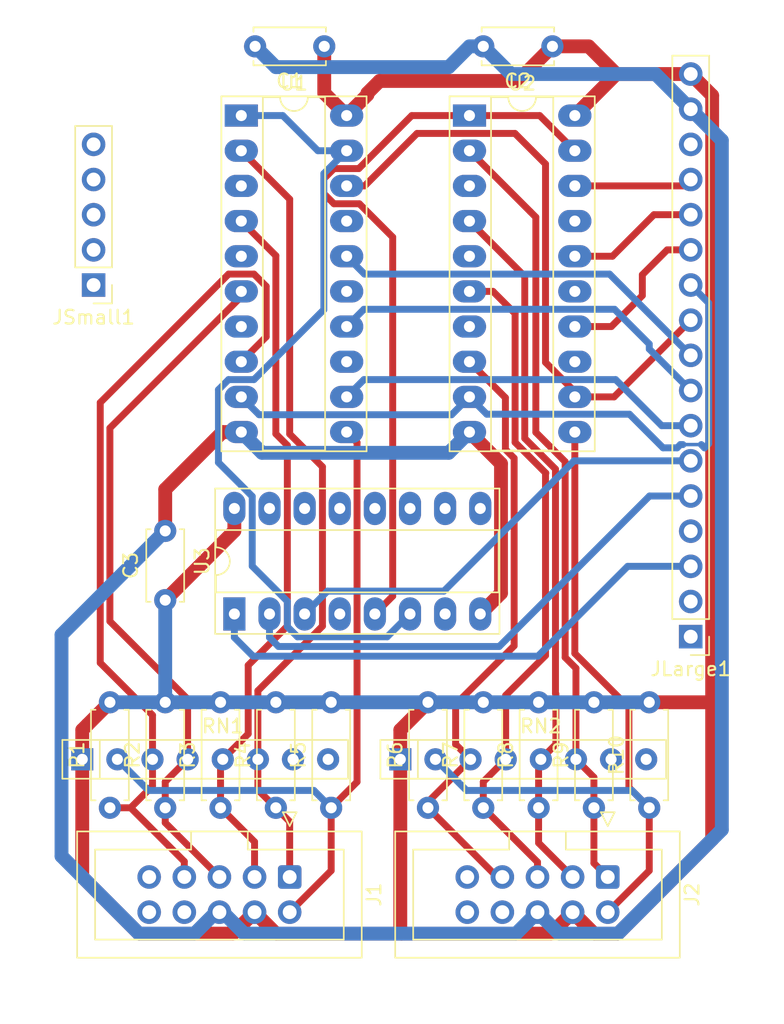
<source format=kicad_pcb>
(kicad_pcb (version 20171130) (host pcbnew "(5.1.6)-1")

  (general
    (thickness 1.6)
    (drawings 0)
    (tracks 272)
    (zones 0)
    (modules 22)
    (nets 66)
  )

  (page A4)
  (layers
    (0 F.Cu signal)
    (31 B.Cu signal)
    (32 B.Adhes user)
    (33 F.Adhes user)
    (34 B.Paste user)
    (35 F.Paste user)
    (36 B.SilkS user)
    (37 F.SilkS user)
    (38 B.Mask user)
    (39 F.Mask user)
    (40 Dwgs.User user)
    (41 Cmts.User user)
    (42 Eco1.User user)
    (43 Eco2.User user)
    (44 Edge.Cuts user)
    (45 Margin user)
    (46 B.CrtYd user)
    (47 F.CrtYd user)
    (48 B.Fab user)
    (49 F.Fab user)
  )

  (setup
    (last_trace_width 0.5)
    (user_trace_width 0.5)
    (user_trace_width 1)
    (trace_clearance 0.2)
    (zone_clearance 0.508)
    (zone_45_only no)
    (trace_min 0.2)
    (via_size 0.8)
    (via_drill 0.4)
    (via_min_size 0.4)
    (via_min_drill 0.3)
    (uvia_size 0.3)
    (uvia_drill 0.1)
    (uvias_allowed no)
    (uvia_min_size 0.2)
    (uvia_min_drill 0.1)
    (edge_width 0.05)
    (segment_width 0.2)
    (pcb_text_width 0.3)
    (pcb_text_size 1.5 1.5)
    (mod_edge_width 0.12)
    (mod_text_size 1 1)
    (mod_text_width 0.15)
    (pad_size 1.524 1.524)
    (pad_drill 0.762)
    (pad_to_mask_clearance 0.05)
    (aux_axis_origin 0 0)
    (visible_elements 7FFFFFFF)
    (pcbplotparams
      (layerselection 0x010fc_ffffffff)
      (usegerberextensions false)
      (usegerberattributes true)
      (usegerberadvancedattributes true)
      (creategerberjobfile true)
      (excludeedgelayer true)
      (linewidth 0.100000)
      (plotframeref false)
      (viasonmask false)
      (mode 1)
      (useauxorigin false)
      (hpglpennumber 1)
      (hpglpenspeed 20)
      (hpglpendiameter 15.000000)
      (psnegative false)
      (psa4output false)
      (plotreference true)
      (plotvalue true)
      (plotinvisibletext false)
      (padsonsilk false)
      (subtractmaskfromsilk false)
      (outputformat 1)
      (mirror false)
      (drillshape 1)
      (scaleselection 1)
      (outputdirectory ""))
  )

  (net 0 "")
  (net 1 GND)
  (net 2 +5V)
  (net 3 "Net-(J1-Pad10)")
  (net 4 "Net-(J1-Pad6)")
  (net 5 "Net-(J1-Pad4)")
  (net 6 "Net-(J1-Pad2)")
  (net 7 "Net-(J1-Pad9)")
  (net 8 "Net-(J1-Pad5)")
  (net 9 "Net-(J1-Pad3)")
  (net 10 "Net-(J1-Pad1)")
  (net 11 "Net-(J2-Pad10)")
  (net 12 "Net-(J2-Pad6)")
  (net 13 "Net-(J2-Pad4)")
  (net 14 "Net-(J2-Pad2)")
  (net 15 "Net-(J2-Pad9)")
  (net 16 "Net-(J2-Pad5)")
  (net 17 "Net-(J2-Pad3)")
  (net 18 "Net-(J2-Pad1)")
  (net 19 "Net-(JLarge1-Pad15)")
  (net 20 "Net-(JLarge1-Pad14)")
  (net 21 "Net-(JLarge1-Pad13)")
  (net 22 "Net-(JLarge1-Pad12)")
  (net 23 "Net-(JLarge1-Pad11)")
  (net 24 "Net-(JLarge1-Pad10)")
  (net 25 "Net-(JLarge1-Pad9)")
  (net 26 "Net-(JLarge1-Pad8)")
  (net 27 "Net-(JLarge1-Pad7)")
  (net 28 "Net-(JLarge1-Pad6)")
  (net 29 "Net-(JLarge1-Pad5)")
  (net 30 "Net-(JLarge1-Pad4)")
  (net 31 "Net-(JLarge1-Pad3)")
  (net 32 "Net-(JLarge1-Pad2)")
  (net 33 "Net-(JLarge1-Pad1)")
  (net 34 "Net-(JSmall1-Pad5)")
  (net 35 "Net-(JSmall1-Pad4)")
  (net 36 "Net-(JSmall1-Pad3)")
  (net 37 "Net-(JSmall1-Pad2)")
  (net 38 "Net-(JSmall1-Pad1)")
  (net 39 "Net-(RN1-Pad8)")
  (net 40 "Net-(RN1-Pad7)")
  (net 41 "Net-(RN2-Pad8)")
  (net 42 "Net-(RN2-Pad7)")
  (net 43 "Net-(U1-Pad1)")
  (net 44 "Net-(U1-Pad17)")
  (net 45 "Net-(U1-Pad7)")
  (net 46 "Net-(U1-Pad15)")
  (net 47 "Net-(U1-Pad5)")
  (net 48 "Net-(U1-Pad13)")
  (net 49 "Net-(U1-Pad3)")
  (net 50 "Net-(U2-Pad1)")
  (net 51 "Net-(U2-Pad17)")
  (net 52 "Net-(U2-Pad7)")
  (net 53 "Net-(U2-Pad15)")
  (net 54 "Net-(U2-Pad5)")
  (net 55 "Net-(U2-Pad13)")
  (net 56 "Net-(U2-Pad3)")
  (net 57 "Net-(U3-Pad15)")
  (net 58 "Net-(U3-Pad7)")
  (net 59 "Net-(U3-Pad14)")
  (net 60 "Net-(U3-Pad13)")
  (net 61 "Net-(U3-Pad12)")
  (net 62 "Net-(U3-Pad4)")
  (net 63 "Net-(U3-Pad11)")
  (net 64 "Net-(U3-Pad10)")
  (net 65 "Net-(U3-Pad9)")

  (net_class Default "This is the default net class."
    (clearance 0.2)
    (trace_width 0.25)
    (via_dia 0.8)
    (via_drill 0.4)
    (uvia_dia 0.3)
    (uvia_drill 0.1)
    (add_net +5V)
    (add_net GND)
    (add_net "Net-(J1-Pad1)")
    (add_net "Net-(J1-Pad10)")
    (add_net "Net-(J1-Pad2)")
    (add_net "Net-(J1-Pad3)")
    (add_net "Net-(J1-Pad4)")
    (add_net "Net-(J1-Pad5)")
    (add_net "Net-(J1-Pad6)")
    (add_net "Net-(J1-Pad9)")
    (add_net "Net-(J2-Pad1)")
    (add_net "Net-(J2-Pad10)")
    (add_net "Net-(J2-Pad2)")
    (add_net "Net-(J2-Pad3)")
    (add_net "Net-(J2-Pad4)")
    (add_net "Net-(J2-Pad5)")
    (add_net "Net-(J2-Pad6)")
    (add_net "Net-(J2-Pad9)")
    (add_net "Net-(JLarge1-Pad1)")
    (add_net "Net-(JLarge1-Pad10)")
    (add_net "Net-(JLarge1-Pad11)")
    (add_net "Net-(JLarge1-Pad12)")
    (add_net "Net-(JLarge1-Pad13)")
    (add_net "Net-(JLarge1-Pad14)")
    (add_net "Net-(JLarge1-Pad15)")
    (add_net "Net-(JLarge1-Pad2)")
    (add_net "Net-(JLarge1-Pad3)")
    (add_net "Net-(JLarge1-Pad4)")
    (add_net "Net-(JLarge1-Pad5)")
    (add_net "Net-(JLarge1-Pad6)")
    (add_net "Net-(JLarge1-Pad7)")
    (add_net "Net-(JLarge1-Pad8)")
    (add_net "Net-(JLarge1-Pad9)")
    (add_net "Net-(JSmall1-Pad1)")
    (add_net "Net-(JSmall1-Pad2)")
    (add_net "Net-(JSmall1-Pad3)")
    (add_net "Net-(JSmall1-Pad4)")
    (add_net "Net-(JSmall1-Pad5)")
    (add_net "Net-(RN1-Pad7)")
    (add_net "Net-(RN1-Pad8)")
    (add_net "Net-(RN2-Pad7)")
    (add_net "Net-(RN2-Pad8)")
    (add_net "Net-(U1-Pad1)")
    (add_net "Net-(U1-Pad13)")
    (add_net "Net-(U1-Pad15)")
    (add_net "Net-(U1-Pad17)")
    (add_net "Net-(U1-Pad3)")
    (add_net "Net-(U1-Pad5)")
    (add_net "Net-(U1-Pad7)")
    (add_net "Net-(U2-Pad1)")
    (add_net "Net-(U2-Pad13)")
    (add_net "Net-(U2-Pad15)")
    (add_net "Net-(U2-Pad17)")
    (add_net "Net-(U2-Pad3)")
    (add_net "Net-(U2-Pad5)")
    (add_net "Net-(U2-Pad7)")
    (add_net "Net-(U3-Pad10)")
    (add_net "Net-(U3-Pad11)")
    (add_net "Net-(U3-Pad12)")
    (add_net "Net-(U3-Pad13)")
    (add_net "Net-(U3-Pad14)")
    (add_net "Net-(U3-Pad15)")
    (add_net "Net-(U3-Pad4)")
    (add_net "Net-(U3-Pad7)")
    (add_net "Net-(U3-Pad9)")
  )

  (module Connector_IDC:IDC-Header_2x05_P2.54mm_Vertical (layer F.Cu) (tedit 60BEF686) (tstamp 60BEFE5A)
    (at 101 88 270)
    (descr "Through hole IDC box header, 2x05, 2.54mm pitch, DIN 41651 / IEC 60603-13, double rows, https://docs.google.com/spreadsheets/d/16SsEcesNF15N3Lb4niX7dcUr-NY5_MFPQhobNuNppn4/edit#gid=0")
    (tags "Through hole vertical IDC box header THT 2x05 2.54mm double row")
    (path /60D5CC05)
    (fp_text reference J2 (at 1.27 -6.1 90) (layer F.SilkS)
      (effects (font (size 1 1) (thickness 0.15)))
    )
    (fp_text value Conn_02x05_Top_Bottom (at 1.27 16.26 90) (layer F.Fab)
      (effects (font (size 1 1) (thickness 0.15)))
    )
    (fp_line (start 6.22 -5.6) (end -3.68 -5.6) (layer F.CrtYd) (width 0.05))
    (fp_line (start 6.22 15.76) (end 6.22 -5.6) (layer F.CrtYd) (width 0.05))
    (fp_line (start -3.68 15.76) (end 6.22 15.76) (layer F.CrtYd) (width 0.05))
    (fp_line (start -3.68 -5.6) (end -3.68 15.76) (layer F.CrtYd) (width 0.05))
    (fp_line (start -4.68 0.5) (end -3.68 0) (layer F.SilkS) (width 0.12))
    (fp_line (start -4.68 -0.5) (end -4.68 0.5) (layer F.SilkS) (width 0.12))
    (fp_line (start -3.68 0) (end -4.68 -0.5) (layer F.SilkS) (width 0.12))
    (fp_line (start -1.98 7.13) (end -3.29 7.13) (layer F.SilkS) (width 0.12))
    (fp_line (start -1.98 7.13) (end -1.98 7.13) (layer F.SilkS) (width 0.12))
    (fp_line (start -1.98 14.07) (end -1.98 7.13) (layer F.SilkS) (width 0.12))
    (fp_line (start 4.52 14.07) (end -1.98 14.07) (layer F.SilkS) (width 0.12))
    (fp_line (start 4.52 -3.91) (end 4.52 14.07) (layer F.SilkS) (width 0.12))
    (fp_line (start -1.98 -3.91) (end 4.52 -3.91) (layer F.SilkS) (width 0.12))
    (fp_line (start -1.98 3.03) (end -1.98 -3.91) (layer F.SilkS) (width 0.12))
    (fp_line (start -3.29 3.03) (end -1.98 3.03) (layer F.SilkS) (width 0.12))
    (fp_line (start -3.29 15.37) (end -3.29 -5.21) (layer F.SilkS) (width 0.12))
    (fp_line (start 5.83 15.37) (end -3.29 15.37) (layer F.SilkS) (width 0.12))
    (fp_line (start 5.83 -5.21) (end 5.83 15.37) (layer F.SilkS) (width 0.12))
    (fp_line (start -3.29 -5.21) (end 5.83 -5.21) (layer F.SilkS) (width 0.12))
    (fp_line (start -1.98 7.13) (end -3.18 7.13) (layer F.Fab) (width 0.1))
    (fp_line (start -1.98 7.13) (end -1.98 7.13) (layer F.Fab) (width 0.1))
    (fp_line (start -1.98 14.07) (end -1.98 7.13) (layer F.Fab) (width 0.1))
    (fp_line (start 4.52 14.07) (end -1.98 14.07) (layer F.Fab) (width 0.1))
    (fp_line (start 4.52 -3.91) (end 4.52 14.07) (layer F.Fab) (width 0.1))
    (fp_line (start -1.98 -3.91) (end 4.52 -3.91) (layer F.Fab) (width 0.1))
    (fp_line (start -1.98 3.03) (end -1.98 -3.91) (layer F.Fab) (width 0.1))
    (fp_line (start -3.18 3.03) (end -1.98 3.03) (layer F.Fab) (width 0.1))
    (fp_line (start -3.18 15.26) (end -3.18 -4.1) (layer F.Fab) (width 0.1))
    (fp_line (start 5.72 15.26) (end -3.18 15.26) (layer F.Fab) (width 0.1))
    (fp_line (start 5.72 -5.1) (end 5.72 15.26) (layer F.Fab) (width 0.1))
    (fp_line (start -2.18 -5.1) (end 5.72 -5.1) (layer F.Fab) (width 0.1))
    (fp_line (start -3.18 -4.1) (end -2.18 -5.1) (layer F.Fab) (width 0.1))
    (fp_text user %R (at 1.27 5.08 180) (layer F.Fab)
      (effects (font (size 1 1) (thickness 0.15)))
    )
    (pad 10 thru_hole circle (at 2.54 10.16 270) (size 1.7 1.7) (drill 1) (layers *.Cu *.Mask)
      (net 11 "Net-(J2-Pad10)"))
    (pad 9 thru_hole circle (at 2.54 7.62 270) (size 1.7 1.7) (drill 1) (layers *.Cu *.Mask)
      (net 15 "Net-(J2-Pad9)"))
    (pad 8 thru_hole circle (at 2.54 5.08 270) (size 1.7 1.7) (drill 1) (layers *.Cu *.Mask)
      (net 1 GND))
    (pad 7 thru_hole circle (at 2.54 2.54 270) (size 1.7 1.7) (drill 1) (layers *.Cu *.Mask)
      (net 2 +5V))
    (pad 6 thru_hole circle (at 2.54 0 270) (size 1.7 1.7) (drill 1) (layers *.Cu *.Mask)
      (net 12 "Net-(J2-Pad6)"))
    (pad 5 thru_hole circle (at 0 10.16 270) (size 1.7 1.7) (drill 1) (layers *.Cu *.Mask)
      (net 16 "Net-(J2-Pad5)"))
    (pad 4 thru_hole circle (at 0 7.62 270) (size 1.7 1.7) (drill 1) (layers *.Cu *.Mask)
      (net 13 "Net-(J2-Pad4)"))
    (pad 3 thru_hole circle (at 0 5.08 270) (size 1.7 1.7) (drill 1) (layers *.Cu *.Mask)
      (net 17 "Net-(J2-Pad3)"))
    (pad 2 thru_hole circle (at 0 2.54 270) (size 1.7 1.7) (drill 1) (layers *.Cu *.Mask)
      (net 14 "Net-(J2-Pad2)"))
    (pad 1 thru_hole roundrect (at 0 0 270) (size 1.7 1.7) (drill 1) (layers *.Cu *.Mask) (roundrect_rratio 0.147059)
      (net 18 "Net-(J2-Pad1)"))
    (model ${KISYS3DMOD}/Connector_IDC.3dshapes/IDC-Header_2x05_P2.54mm_Vertical.wrl
      (at (xyz 0 0 0))
      (scale (xyz 1 1 1))
      (rotate (xyz 0 0 0))
    )
  )

  (module Connector_IDC:IDC-Header_2x05_P2.54mm_Vertical (layer F.Cu) (tedit 60BEF645) (tstamp 60BEFE2B)
    (at 78 88 270)
    (descr "Through hole IDC box header, 2x05, 2.54mm pitch, DIN 41651 / IEC 60603-13, double rows, https://docs.google.com/spreadsheets/d/16SsEcesNF15N3Lb4niX7dcUr-NY5_MFPQhobNuNppn4/edit#gid=0")
    (tags "Through hole vertical IDC box header THT 2x05 2.54mm double row")
    (path /60BF1FC2)
    (fp_text reference J1 (at 1.27 -6.1 90) (layer F.SilkS)
      (effects (font (size 1 1) (thickness 0.15)))
    )
    (fp_text value Conn_02x05_Top_Bottom (at 1.27 16.26 90) (layer F.Fab)
      (effects (font (size 1 1) (thickness 0.15)))
    )
    (fp_line (start 6.22 -5.6) (end -3.68 -5.6) (layer F.CrtYd) (width 0.05))
    (fp_line (start 6.22 15.76) (end 6.22 -5.6) (layer F.CrtYd) (width 0.05))
    (fp_line (start -3.68 15.76) (end 6.22 15.76) (layer F.CrtYd) (width 0.05))
    (fp_line (start -3.68 -5.6) (end -3.68 15.76) (layer F.CrtYd) (width 0.05))
    (fp_line (start -4.68 0.5) (end -3.68 0) (layer F.SilkS) (width 0.12))
    (fp_line (start -4.68 -0.5) (end -4.68 0.5) (layer F.SilkS) (width 0.12))
    (fp_line (start -3.68 0) (end -4.68 -0.5) (layer F.SilkS) (width 0.12))
    (fp_line (start -1.98 7.13) (end -3.29 7.13) (layer F.SilkS) (width 0.12))
    (fp_line (start -1.98 7.13) (end -1.98 7.13) (layer F.SilkS) (width 0.12))
    (fp_line (start -1.98 14.07) (end -1.98 7.13) (layer F.SilkS) (width 0.12))
    (fp_line (start 4.52 14.07) (end -1.98 14.07) (layer F.SilkS) (width 0.12))
    (fp_line (start 4.52 -3.91) (end 4.52 14.07) (layer F.SilkS) (width 0.12))
    (fp_line (start -1.98 -3.91) (end 4.52 -3.91) (layer F.SilkS) (width 0.12))
    (fp_line (start -1.98 3.03) (end -1.98 -3.91) (layer F.SilkS) (width 0.12))
    (fp_line (start -3.29 3.03) (end -1.98 3.03) (layer F.SilkS) (width 0.12))
    (fp_line (start -3.29 15.37) (end -3.29 -5.21) (layer F.SilkS) (width 0.12))
    (fp_line (start 5.83 15.37) (end -3.29 15.37) (layer F.SilkS) (width 0.12))
    (fp_line (start 5.83 -5.21) (end 5.83 15.37) (layer F.SilkS) (width 0.12))
    (fp_line (start -3.29 -5.21) (end 5.83 -5.21) (layer F.SilkS) (width 0.12))
    (fp_line (start -1.98 7.13) (end -3.18 7.13) (layer F.Fab) (width 0.1))
    (fp_line (start -1.98 7.13) (end -1.98 7.13) (layer F.Fab) (width 0.1))
    (fp_line (start -1.98 14.07) (end -1.98 7.13) (layer F.Fab) (width 0.1))
    (fp_line (start 4.52 14.07) (end -1.98 14.07) (layer F.Fab) (width 0.1))
    (fp_line (start 4.52 -3.91) (end 4.52 14.07) (layer F.Fab) (width 0.1))
    (fp_line (start -1.98 -3.91) (end 4.52 -3.91) (layer F.Fab) (width 0.1))
    (fp_line (start -1.98 3.03) (end -1.98 -3.91) (layer F.Fab) (width 0.1))
    (fp_line (start -3.18 3.03) (end -1.98 3.03) (layer F.Fab) (width 0.1))
    (fp_line (start -3.18 15.26) (end -3.18 -4.1) (layer F.Fab) (width 0.1))
    (fp_line (start 5.72 15.26) (end -3.18 15.26) (layer F.Fab) (width 0.1))
    (fp_line (start 5.72 -5.1) (end 5.72 15.26) (layer F.Fab) (width 0.1))
    (fp_line (start -2.18 -5.1) (end 5.72 -5.1) (layer F.Fab) (width 0.1))
    (fp_line (start -3.18 -4.1) (end -2.18 -5.1) (layer F.Fab) (width 0.1))
    (fp_text user %R (at 1.27 5.08 180) (layer F.Fab)
      (effects (font (size 1 1) (thickness 0.15)))
    )
    (pad 10 thru_hole circle (at 2.54 10.16 270) (size 1.7 1.7) (drill 1) (layers *.Cu *.Mask)
      (net 3 "Net-(J1-Pad10)"))
    (pad 9 thru_hole circle (at 2.54 7.62 270) (size 1.7 1.7) (drill 1) (layers *.Cu *.Mask)
      (net 7 "Net-(J1-Pad9)"))
    (pad 8 thru_hole circle (at 2.54 5.08 270) (size 1.7 1.7) (drill 1) (layers *.Cu *.Mask)
      (net 1 GND))
    (pad 7 thru_hole circle (at 2.54 2.54 270) (size 1.7 1.7) (drill 1) (layers *.Cu *.Mask)
      (net 2 +5V))
    (pad 6 thru_hole circle (at 2.54 0 270) (size 1.7 1.7) (drill 1) (layers *.Cu *.Mask)
      (net 4 "Net-(J1-Pad6)"))
    (pad 5 thru_hole circle (at 0 10.16 270) (size 1.7 1.7) (drill 1) (layers *.Cu *.Mask)
      (net 8 "Net-(J1-Pad5)"))
    (pad 4 thru_hole circle (at 0 7.62 270) (size 1.7 1.7) (drill 1) (layers *.Cu *.Mask)
      (net 5 "Net-(J1-Pad4)"))
    (pad 3 thru_hole circle (at 0 5.08 270) (size 1.7 1.7) (drill 1) (layers *.Cu *.Mask)
      (net 9 "Net-(J1-Pad3)"))
    (pad 2 thru_hole circle (at 0 2.54 270) (size 1.7 1.7) (drill 1) (layers *.Cu *.Mask)
      (net 6 "Net-(J1-Pad2)"))
    (pad 1 thru_hole roundrect (at 0 0 270) (size 1.7 1.7) (drill 1) (layers *.Cu *.Mask) (roundrect_rratio 0.147059)
      (net 10 "Net-(J1-Pad1)"))
    (model ${KISYS3DMOD}/Connector_IDC.3dshapes/IDC-Header_2x05_P2.54mm_Vertical.wrl
      (at (xyz 0 0 0))
      (scale (xyz 1 1 1))
      (rotate (xyz 0 0 0))
    )
  )

  (module Package_DIP:DIP-16_W7.62mm_Socket_LongPads (layer F.Cu) (tedit 5A02E8C5) (tstamp 60BF0040)
    (at 74 69 90)
    (descr "16-lead though-hole mounted DIP package, row spacing 7.62 mm (300 mils), Socket, LongPads")
    (tags "THT DIP DIL PDIP 2.54mm 7.62mm 300mil Socket LongPads")
    (path /60C3D999)
    (fp_text reference U3 (at 3.81 -2.33 90) (layer F.SilkS)
      (effects (font (size 1 1) (thickness 0.15)))
    )
    (fp_text value 74LS139 (at 3.81 20.11 90) (layer F.Fab)
      (effects (font (size 1 1) (thickness 0.15)))
    )
    (fp_line (start 9.15 -1.6) (end -1.55 -1.6) (layer F.CrtYd) (width 0.05))
    (fp_line (start 9.15 19.4) (end 9.15 -1.6) (layer F.CrtYd) (width 0.05))
    (fp_line (start -1.55 19.4) (end 9.15 19.4) (layer F.CrtYd) (width 0.05))
    (fp_line (start -1.55 -1.6) (end -1.55 19.4) (layer F.CrtYd) (width 0.05))
    (fp_line (start 9.06 -1.39) (end -1.44 -1.39) (layer F.SilkS) (width 0.12))
    (fp_line (start 9.06 19.17) (end 9.06 -1.39) (layer F.SilkS) (width 0.12))
    (fp_line (start -1.44 19.17) (end 9.06 19.17) (layer F.SilkS) (width 0.12))
    (fp_line (start -1.44 -1.39) (end -1.44 19.17) (layer F.SilkS) (width 0.12))
    (fp_line (start 6.06 -1.33) (end 4.81 -1.33) (layer F.SilkS) (width 0.12))
    (fp_line (start 6.06 19.11) (end 6.06 -1.33) (layer F.SilkS) (width 0.12))
    (fp_line (start 1.56 19.11) (end 6.06 19.11) (layer F.SilkS) (width 0.12))
    (fp_line (start 1.56 -1.33) (end 1.56 19.11) (layer F.SilkS) (width 0.12))
    (fp_line (start 2.81 -1.33) (end 1.56 -1.33) (layer F.SilkS) (width 0.12))
    (fp_line (start 8.89 -1.33) (end -1.27 -1.33) (layer F.Fab) (width 0.1))
    (fp_line (start 8.89 19.11) (end 8.89 -1.33) (layer F.Fab) (width 0.1))
    (fp_line (start -1.27 19.11) (end 8.89 19.11) (layer F.Fab) (width 0.1))
    (fp_line (start -1.27 -1.33) (end -1.27 19.11) (layer F.Fab) (width 0.1))
    (fp_line (start 0.635 -0.27) (end 1.635 -1.27) (layer F.Fab) (width 0.1))
    (fp_line (start 0.635 19.05) (end 0.635 -0.27) (layer F.Fab) (width 0.1))
    (fp_line (start 6.985 19.05) (end 0.635 19.05) (layer F.Fab) (width 0.1))
    (fp_line (start 6.985 -1.27) (end 6.985 19.05) (layer F.Fab) (width 0.1))
    (fp_line (start 1.635 -1.27) (end 6.985 -1.27) (layer F.Fab) (width 0.1))
    (fp_text user %R (at 3.81 8.89 90) (layer F.Fab)
      (effects (font (size 1 1) (thickness 0.15)))
    )
    (fp_arc (start 3.81 -1.33) (end 2.81 -1.33) (angle -180) (layer F.SilkS) (width 0.12))
    (pad 16 thru_hole oval (at 7.62 0 90) (size 2.4 1.6) (drill 0.8) (layers *.Cu *.Mask)
      (net 2 +5V))
    (pad 8 thru_hole oval (at 0 17.78 90) (size 2.4 1.6) (drill 0.8) (layers *.Cu *.Mask)
      (net 1 GND))
    (pad 15 thru_hole oval (at 7.62 2.54 90) (size 2.4 1.6) (drill 0.8) (layers *.Cu *.Mask)
      (net 57 "Net-(U3-Pad15)"))
    (pad 7 thru_hole oval (at 0 15.24 90) (size 2.4 1.6) (drill 0.8) (layers *.Cu *.Mask)
      (net 58 "Net-(U3-Pad7)"))
    (pad 14 thru_hole oval (at 7.62 5.08 90) (size 2.4 1.6) (drill 0.8) (layers *.Cu *.Mask)
      (net 59 "Net-(U3-Pad14)"))
    (pad 6 thru_hole oval (at 0 12.7 90) (size 2.4 1.6) (drill 0.8) (layers *.Cu *.Mask)
      (net 43 "Net-(U1-Pad1)"))
    (pad 13 thru_hole oval (at 7.62 7.62 90) (size 2.4 1.6) (drill 0.8) (layers *.Cu *.Mask)
      (net 60 "Net-(U3-Pad13)"))
    (pad 5 thru_hole oval (at 0 10.16 90) (size 2.4 1.6) (drill 0.8) (layers *.Cu *.Mask)
      (net 50 "Net-(U2-Pad1)"))
    (pad 12 thru_hole oval (at 7.62 10.16 90) (size 2.4 1.6) (drill 0.8) (layers *.Cu *.Mask)
      (net 61 "Net-(U3-Pad12)"))
    (pad 4 thru_hole oval (at 0 7.62 90) (size 2.4 1.6) (drill 0.8) (layers *.Cu *.Mask)
      (net 62 "Net-(U3-Pad4)"))
    (pad 11 thru_hole oval (at 7.62 12.7 90) (size 2.4 1.6) (drill 0.8) (layers *.Cu *.Mask)
      (net 63 "Net-(U3-Pad11)"))
    (pad 3 thru_hole oval (at 0 5.08 90) (size 2.4 1.6) (drill 0.8) (layers *.Cu *.Mask)
      (net 28 "Net-(JLarge1-Pad6)"))
    (pad 10 thru_hole oval (at 7.62 15.24 90) (size 2.4 1.6) (drill 0.8) (layers *.Cu *.Mask)
      (net 64 "Net-(U3-Pad10)"))
    (pad 2 thru_hole oval (at 0 2.54 90) (size 2.4 1.6) (drill 0.8) (layers *.Cu *.Mask)
      (net 29 "Net-(JLarge1-Pad5)"))
    (pad 9 thru_hole oval (at 7.62 17.78 90) (size 2.4 1.6) (drill 0.8) (layers *.Cu *.Mask)
      (net 65 "Net-(U3-Pad9)"))
    (pad 1 thru_hole rect (at 0 0 90) (size 2.4 1.6) (drill 0.8) (layers *.Cu *.Mask)
      (net 31 "Net-(JLarge1-Pad3)"))
    (model ${KISYS3DMOD}/Package_DIP.3dshapes/DIP-16_W7.62mm_Socket.wrl
      (at (xyz 0 0 0))
      (scale (xyz 1 1 1))
      (rotate (xyz 0 0 0))
    )
  )

  (module Package_DIP:DIP-20_W7.62mm_Socket_LongPads (layer F.Cu) (tedit 5A02E8C5) (tstamp 60BF0014)
    (at 91 33)
    (descr "20-lead though-hole mounted DIP package, row spacing 7.62 mm (300 mils), Socket, LongPads")
    (tags "THT DIP DIL PDIP 2.54mm 7.62mm 300mil Socket LongPads")
    (path /60B637BA)
    (fp_text reference U2 (at 3.81 -2.33) (layer F.SilkS)
      (effects (font (size 1 1) (thickness 0.15)))
    )
    (fp_text value 74LS240 (at 3.81 25.19) (layer F.Fab)
      (effects (font (size 1 1) (thickness 0.15)))
    )
    (fp_line (start 9.15 -1.6) (end -1.55 -1.6) (layer F.CrtYd) (width 0.05))
    (fp_line (start 9.15 24.45) (end 9.15 -1.6) (layer F.CrtYd) (width 0.05))
    (fp_line (start -1.55 24.45) (end 9.15 24.45) (layer F.CrtYd) (width 0.05))
    (fp_line (start -1.55 -1.6) (end -1.55 24.45) (layer F.CrtYd) (width 0.05))
    (fp_line (start 9.06 -1.39) (end -1.44 -1.39) (layer F.SilkS) (width 0.12))
    (fp_line (start 9.06 24.25) (end 9.06 -1.39) (layer F.SilkS) (width 0.12))
    (fp_line (start -1.44 24.25) (end 9.06 24.25) (layer F.SilkS) (width 0.12))
    (fp_line (start -1.44 -1.39) (end -1.44 24.25) (layer F.SilkS) (width 0.12))
    (fp_line (start 6.06 -1.33) (end 4.81 -1.33) (layer F.SilkS) (width 0.12))
    (fp_line (start 6.06 24.19) (end 6.06 -1.33) (layer F.SilkS) (width 0.12))
    (fp_line (start 1.56 24.19) (end 6.06 24.19) (layer F.SilkS) (width 0.12))
    (fp_line (start 1.56 -1.33) (end 1.56 24.19) (layer F.SilkS) (width 0.12))
    (fp_line (start 2.81 -1.33) (end 1.56 -1.33) (layer F.SilkS) (width 0.12))
    (fp_line (start 8.89 -1.33) (end -1.27 -1.33) (layer F.Fab) (width 0.1))
    (fp_line (start 8.89 24.19) (end 8.89 -1.33) (layer F.Fab) (width 0.1))
    (fp_line (start -1.27 24.19) (end 8.89 24.19) (layer F.Fab) (width 0.1))
    (fp_line (start -1.27 -1.33) (end -1.27 24.19) (layer F.Fab) (width 0.1))
    (fp_line (start 0.635 -0.27) (end 1.635 -1.27) (layer F.Fab) (width 0.1))
    (fp_line (start 0.635 24.13) (end 0.635 -0.27) (layer F.Fab) (width 0.1))
    (fp_line (start 6.985 24.13) (end 0.635 24.13) (layer F.Fab) (width 0.1))
    (fp_line (start 6.985 -1.27) (end 6.985 24.13) (layer F.Fab) (width 0.1))
    (fp_line (start 1.635 -1.27) (end 6.985 -1.27) (layer F.Fab) (width 0.1))
    (fp_text user %R (at 3.81 11.43) (layer F.Fab)
      (effects (font (size 1 1) (thickness 0.15)))
    )
    (fp_arc (start 3.81 -1.33) (end 2.81 -1.33) (angle -180) (layer F.SilkS) (width 0.12))
    (pad 20 thru_hole oval (at 7.62 0) (size 2.4 1.6) (drill 0.8) (layers *.Cu *.Mask)
      (net 2 +5V))
    (pad 10 thru_hole oval (at 0 22.86) (size 2.4 1.6) (drill 0.8) (layers *.Cu *.Mask)
      (net 1 GND))
    (pad 19 thru_hole oval (at 7.62 2.54) (size 2.4 1.6) (drill 0.8) (layers *.Cu *.Mask)
      (net 50 "Net-(U2-Pad1)"))
    (pad 9 thru_hole oval (at 0 20.32) (size 2.4 1.6) (drill 0.8) (layers *.Cu *.Mask)
      (net 23 "Net-(JLarge1-Pad11)"))
    (pad 18 thru_hole oval (at 7.62 5.08) (size 2.4 1.6) (drill 0.8) (layers *.Cu *.Mask)
      (net 20 "Net-(JLarge1-Pad14)"))
    (pad 8 thru_hole oval (at 0 17.78) (size 2.4 1.6) (drill 0.8) (layers *.Cu *.Mask)
      (net 13 "Net-(J2-Pad4)"))
    (pad 17 thru_hole oval (at 7.62 7.62) (size 2.4 1.6) (drill 0.8) (layers *.Cu *.Mask)
      (net 51 "Net-(U2-Pad17)"))
    (pad 7 thru_hole oval (at 0 15.24) (size 2.4 1.6) (drill 0.8) (layers *.Cu *.Mask)
      (net 52 "Net-(U2-Pad7)"))
    (pad 16 thru_hole oval (at 7.62 10.16) (size 2.4 1.6) (drill 0.8) (layers *.Cu *.Mask)
      (net 21 "Net-(JLarge1-Pad13)"))
    (pad 6 thru_hole oval (at 0 12.7) (size 2.4 1.6) (drill 0.8) (layers *.Cu *.Mask)
      (net 17 "Net-(J2-Pad3)"))
    (pad 15 thru_hole oval (at 7.62 12.7) (size 2.4 1.6) (drill 0.8) (layers *.Cu *.Mask)
      (net 53 "Net-(U2-Pad15)"))
    (pad 5 thru_hole oval (at 0 10.16) (size 2.4 1.6) (drill 0.8) (layers *.Cu *.Mask)
      (net 54 "Net-(U2-Pad5)"))
    (pad 14 thru_hole oval (at 7.62 15.24) (size 2.4 1.6) (drill 0.8) (layers *.Cu *.Mask)
      (net 22 "Net-(JLarge1-Pad12)"))
    (pad 4 thru_hole oval (at 0 7.62) (size 2.4 1.6) (drill 0.8) (layers *.Cu *.Mask)
      (net 14 "Net-(J2-Pad2)"))
    (pad 13 thru_hole oval (at 7.62 17.78) (size 2.4 1.6) (drill 0.8) (layers *.Cu *.Mask)
      (net 55 "Net-(U2-Pad13)"))
    (pad 3 thru_hole oval (at 0 5.08) (size 2.4 1.6) (drill 0.8) (layers *.Cu *.Mask)
      (net 56 "Net-(U2-Pad3)"))
    (pad 12 thru_hole oval (at 7.62 20.32) (size 2.4 1.6) (drill 0.8) (layers *.Cu *.Mask)
      (net 24 "Net-(JLarge1-Pad10)"))
    (pad 2 thru_hole oval (at 0 2.54) (size 2.4 1.6) (drill 0.8) (layers *.Cu *.Mask)
      (net 18 "Net-(J2-Pad1)"))
    (pad 11 thru_hole oval (at 7.62 22.86) (size 2.4 1.6) (drill 0.8) (layers *.Cu *.Mask)
      (net 12 "Net-(J2-Pad6)"))
    (pad 1 thru_hole rect (at 0 0) (size 2.4 1.6) (drill 0.8) (layers *.Cu *.Mask)
      (net 50 "Net-(U2-Pad1)"))
    (model ${KISYS3DMOD}/Package_DIP.3dshapes/DIP-20_W7.62mm_Socket.wrl
      (at (xyz 0 0 0))
      (scale (xyz 1 1 1))
      (rotate (xyz 0 0 0))
    )
  )

  (module Package_DIP:DIP-20_W7.62mm_Socket_LongPads (layer F.Cu) (tedit 5A02E8C5) (tstamp 60BEFFE4)
    (at 74.5 33)
    (descr "20-lead though-hole mounted DIP package, row spacing 7.62 mm (300 mils), Socket, LongPads")
    (tags "THT DIP DIL PDIP 2.54mm 7.62mm 300mil Socket LongPads")
    (path /60B62CC0)
    (fp_text reference U1 (at 3.81 -2.33) (layer F.SilkS)
      (effects (font (size 1 1) (thickness 0.15)))
    )
    (fp_text value 74LS240 (at 3.81 25.19) (layer F.Fab)
      (effects (font (size 1 1) (thickness 0.15)))
    )
    (fp_line (start 9.15 -1.6) (end -1.55 -1.6) (layer F.CrtYd) (width 0.05))
    (fp_line (start 9.15 24.45) (end 9.15 -1.6) (layer F.CrtYd) (width 0.05))
    (fp_line (start -1.55 24.45) (end 9.15 24.45) (layer F.CrtYd) (width 0.05))
    (fp_line (start -1.55 -1.6) (end -1.55 24.45) (layer F.CrtYd) (width 0.05))
    (fp_line (start 9.06 -1.39) (end -1.44 -1.39) (layer F.SilkS) (width 0.12))
    (fp_line (start 9.06 24.25) (end 9.06 -1.39) (layer F.SilkS) (width 0.12))
    (fp_line (start -1.44 24.25) (end 9.06 24.25) (layer F.SilkS) (width 0.12))
    (fp_line (start -1.44 -1.39) (end -1.44 24.25) (layer F.SilkS) (width 0.12))
    (fp_line (start 6.06 -1.33) (end 4.81 -1.33) (layer F.SilkS) (width 0.12))
    (fp_line (start 6.06 24.19) (end 6.06 -1.33) (layer F.SilkS) (width 0.12))
    (fp_line (start 1.56 24.19) (end 6.06 24.19) (layer F.SilkS) (width 0.12))
    (fp_line (start 1.56 -1.33) (end 1.56 24.19) (layer F.SilkS) (width 0.12))
    (fp_line (start 2.81 -1.33) (end 1.56 -1.33) (layer F.SilkS) (width 0.12))
    (fp_line (start 8.89 -1.33) (end -1.27 -1.33) (layer F.Fab) (width 0.1))
    (fp_line (start 8.89 24.19) (end 8.89 -1.33) (layer F.Fab) (width 0.1))
    (fp_line (start -1.27 24.19) (end 8.89 24.19) (layer F.Fab) (width 0.1))
    (fp_line (start -1.27 -1.33) (end -1.27 24.19) (layer F.Fab) (width 0.1))
    (fp_line (start 0.635 -0.27) (end 1.635 -1.27) (layer F.Fab) (width 0.1))
    (fp_line (start 0.635 24.13) (end 0.635 -0.27) (layer F.Fab) (width 0.1))
    (fp_line (start 6.985 24.13) (end 0.635 24.13) (layer F.Fab) (width 0.1))
    (fp_line (start 6.985 -1.27) (end 6.985 24.13) (layer F.Fab) (width 0.1))
    (fp_line (start 1.635 -1.27) (end 6.985 -1.27) (layer F.Fab) (width 0.1))
    (fp_text user %R (at 3.81 11.43) (layer F.Fab)
      (effects (font (size 1 1) (thickness 0.15)))
    )
    (fp_arc (start 3.81 -1.33) (end 2.81 -1.33) (angle -180) (layer F.SilkS) (width 0.12))
    (pad 20 thru_hole oval (at 7.62 0) (size 2.4 1.6) (drill 0.8) (layers *.Cu *.Mask)
      (net 2 +5V))
    (pad 10 thru_hole oval (at 0 22.86) (size 2.4 1.6) (drill 0.8) (layers *.Cu *.Mask)
      (net 1 GND))
    (pad 19 thru_hole oval (at 7.62 2.54) (size 2.4 1.6) (drill 0.8) (layers *.Cu *.Mask)
      (net 43 "Net-(U1-Pad1)"))
    (pad 9 thru_hole oval (at 0 20.32) (size 2.4 1.6) (drill 0.8) (layers *.Cu *.Mask)
      (net 23 "Net-(JLarge1-Pad11)"))
    (pad 18 thru_hole oval (at 7.62 5.08) (size 2.4 1.6) (drill 0.8) (layers *.Cu *.Mask)
      (net 24 "Net-(JLarge1-Pad10)"))
    (pad 8 thru_hole oval (at 0 17.78) (size 2.4 1.6) (drill 0.8) (layers *.Cu *.Mask)
      (net 5 "Net-(J1-Pad4)"))
    (pad 17 thru_hole oval (at 7.62 7.62) (size 2.4 1.6) (drill 0.8) (layers *.Cu *.Mask)
      (net 44 "Net-(U1-Pad17)"))
    (pad 7 thru_hole oval (at 0 15.24) (size 2.4 1.6) (drill 0.8) (layers *.Cu *.Mask)
      (net 45 "Net-(U1-Pad7)"))
    (pad 16 thru_hole oval (at 7.62 10.16) (size 2.4 1.6) (drill 0.8) (layers *.Cu *.Mask)
      (net 25 "Net-(JLarge1-Pad9)"))
    (pad 6 thru_hole oval (at 0 12.7) (size 2.4 1.6) (drill 0.8) (layers *.Cu *.Mask)
      (net 9 "Net-(J1-Pad3)"))
    (pad 15 thru_hole oval (at 7.62 12.7) (size 2.4 1.6) (drill 0.8) (layers *.Cu *.Mask)
      (net 46 "Net-(U1-Pad15)"))
    (pad 5 thru_hole oval (at 0 10.16) (size 2.4 1.6) (drill 0.8) (layers *.Cu *.Mask)
      (net 47 "Net-(U1-Pad5)"))
    (pad 14 thru_hole oval (at 7.62 15.24) (size 2.4 1.6) (drill 0.8) (layers *.Cu *.Mask)
      (net 26 "Net-(JLarge1-Pad8)"))
    (pad 4 thru_hole oval (at 0 7.62) (size 2.4 1.6) (drill 0.8) (layers *.Cu *.Mask)
      (net 6 "Net-(J1-Pad2)"))
    (pad 13 thru_hole oval (at 7.62 17.78) (size 2.4 1.6) (drill 0.8) (layers *.Cu *.Mask)
      (net 48 "Net-(U1-Pad13)"))
    (pad 3 thru_hole oval (at 0 5.08) (size 2.4 1.6) (drill 0.8) (layers *.Cu *.Mask)
      (net 49 "Net-(U1-Pad3)"))
    (pad 12 thru_hole oval (at 7.62 20.32) (size 2.4 1.6) (drill 0.8) (layers *.Cu *.Mask)
      (net 27 "Net-(JLarge1-Pad7)"))
    (pad 2 thru_hole oval (at 0 2.54) (size 2.4 1.6) (drill 0.8) (layers *.Cu *.Mask)
      (net 10 "Net-(J1-Pad1)"))
    (pad 11 thru_hole oval (at 7.62 22.86) (size 2.4 1.6) (drill 0.8) (layers *.Cu *.Mask)
      (net 4 "Net-(J1-Pad6)"))
    (pad 1 thru_hole rect (at 0 0) (size 2.4 1.6) (drill 0.8) (layers *.Cu *.Mask)
      (net 43 "Net-(U1-Pad1)"))
    (model ${KISYS3DMOD}/Package_DIP.3dshapes/DIP-20_W7.62mm_Socket.wrl
      (at (xyz 0 0 0))
      (scale (xyz 1 1 1))
      (rotate (xyz 0 0 0))
    )
  )

  (module Resistor_THT:R_Array_SIP8 (layer F.Cu) (tedit 5A14249F) (tstamp 60BEFFB4)
    (at 86 79.5)
    (descr "8-pin Resistor SIP pack")
    (tags R)
    (path /60B7DDDA)
    (fp_text reference RN2 (at 10.16 -2.4) (layer F.SilkS)
      (effects (font (size 1 1) (thickness 0.15)))
    )
    (fp_text value R_Network07 (at 10.16 2.4) (layer F.Fab)
      (effects (font (size 1 1) (thickness 0.15)))
    )
    (fp_line (start 19.5 -1.65) (end -1.7 -1.65) (layer F.CrtYd) (width 0.05))
    (fp_line (start 19.5 1.65) (end 19.5 -1.65) (layer F.CrtYd) (width 0.05))
    (fp_line (start -1.7 1.65) (end 19.5 1.65) (layer F.CrtYd) (width 0.05))
    (fp_line (start -1.7 -1.65) (end -1.7 1.65) (layer F.CrtYd) (width 0.05))
    (fp_line (start 1.27 -1.4) (end 1.27 1.4) (layer F.SilkS) (width 0.12))
    (fp_line (start 19.22 -1.4) (end -1.44 -1.4) (layer F.SilkS) (width 0.12))
    (fp_line (start 19.22 1.4) (end 19.22 -1.4) (layer F.SilkS) (width 0.12))
    (fp_line (start -1.44 1.4) (end 19.22 1.4) (layer F.SilkS) (width 0.12))
    (fp_line (start -1.44 -1.4) (end -1.44 1.4) (layer F.SilkS) (width 0.12))
    (fp_line (start 1.27 -1.25) (end 1.27 1.25) (layer F.Fab) (width 0.1))
    (fp_line (start 19.07 -1.25) (end -1.29 -1.25) (layer F.Fab) (width 0.1))
    (fp_line (start 19.07 1.25) (end 19.07 -1.25) (layer F.Fab) (width 0.1))
    (fp_line (start -1.29 1.25) (end 19.07 1.25) (layer F.Fab) (width 0.1))
    (fp_line (start -1.29 -1.25) (end -1.29 1.25) (layer F.Fab) (width 0.1))
    (fp_text user %R (at 8.89 0) (layer F.Fab)
      (effects (font (size 1 1) (thickness 0.15)))
    )
    (pad 8 thru_hole oval (at 17.78 0) (size 1.6 1.6) (drill 0.8) (layers *.Cu *.Mask)
      (net 41 "Net-(RN2-Pad8)"))
    (pad 7 thru_hole oval (at 15.24 0) (size 1.6 1.6) (drill 0.8) (layers *.Cu *.Mask)
      (net 42 "Net-(RN2-Pad7)"))
    (pad 6 thru_hole oval (at 12.7 0) (size 1.6 1.6) (drill 0.8) (layers *.Cu *.Mask)
      (net 18 "Net-(J2-Pad1)"))
    (pad 5 thru_hole oval (at 10.16 0) (size 1.6 1.6) (drill 0.8) (layers *.Cu *.Mask)
      (net 14 "Net-(J2-Pad2)"))
    (pad 4 thru_hole oval (at 7.62 0) (size 1.6 1.6) (drill 0.8) (layers *.Cu *.Mask)
      (net 17 "Net-(J2-Pad3)"))
    (pad 3 thru_hole oval (at 5.08 0) (size 1.6 1.6) (drill 0.8) (layers *.Cu *.Mask)
      (net 13 "Net-(J2-Pad4)"))
    (pad 2 thru_hole oval (at 2.54 0) (size 1.6 1.6) (drill 0.8) (layers *.Cu *.Mask)
      (net 12 "Net-(J2-Pad6)"))
    (pad 1 thru_hole rect (at 0 0) (size 1.6 1.6) (drill 0.8) (layers *.Cu *.Mask)
      (net 2 +5V))
    (model ${KISYS3DMOD}/Resistor_THT.3dshapes/R_Array_SIP8.wrl
      (at (xyz 0 0 0))
      (scale (xyz 1 1 1))
      (rotate (xyz 0 0 0))
    )
  )

  (module Resistor_THT:R_Array_SIP8 (layer F.Cu) (tedit 5A14249F) (tstamp 60BEFF99)
    (at 63 79.5)
    (descr "8-pin Resistor SIP pack")
    (tags R)
    (path /60B7CE4A)
    (fp_text reference RN1 (at 10.16 -2.4) (layer F.SilkS)
      (effects (font (size 1 1) (thickness 0.15)))
    )
    (fp_text value R_Network07 (at 10.16 2.4) (layer F.Fab)
      (effects (font (size 1 1) (thickness 0.15)))
    )
    (fp_line (start 19.5 -1.65) (end -1.7 -1.65) (layer F.CrtYd) (width 0.05))
    (fp_line (start 19.5 1.65) (end 19.5 -1.65) (layer F.CrtYd) (width 0.05))
    (fp_line (start -1.7 1.65) (end 19.5 1.65) (layer F.CrtYd) (width 0.05))
    (fp_line (start -1.7 -1.65) (end -1.7 1.65) (layer F.CrtYd) (width 0.05))
    (fp_line (start 1.27 -1.4) (end 1.27 1.4) (layer F.SilkS) (width 0.12))
    (fp_line (start 19.22 -1.4) (end -1.44 -1.4) (layer F.SilkS) (width 0.12))
    (fp_line (start 19.22 1.4) (end 19.22 -1.4) (layer F.SilkS) (width 0.12))
    (fp_line (start -1.44 1.4) (end 19.22 1.4) (layer F.SilkS) (width 0.12))
    (fp_line (start -1.44 -1.4) (end -1.44 1.4) (layer F.SilkS) (width 0.12))
    (fp_line (start 1.27 -1.25) (end 1.27 1.25) (layer F.Fab) (width 0.1))
    (fp_line (start 19.07 -1.25) (end -1.29 -1.25) (layer F.Fab) (width 0.1))
    (fp_line (start 19.07 1.25) (end 19.07 -1.25) (layer F.Fab) (width 0.1))
    (fp_line (start -1.29 1.25) (end 19.07 1.25) (layer F.Fab) (width 0.1))
    (fp_line (start -1.29 -1.25) (end -1.29 1.25) (layer F.Fab) (width 0.1))
    (fp_text user %R (at 8.89 0) (layer F.Fab)
      (effects (font (size 1 1) (thickness 0.15)))
    )
    (pad 8 thru_hole oval (at 17.78 0) (size 1.6 1.6) (drill 0.8) (layers *.Cu *.Mask)
      (net 39 "Net-(RN1-Pad8)"))
    (pad 7 thru_hole oval (at 15.24 0) (size 1.6 1.6) (drill 0.8) (layers *.Cu *.Mask)
      (net 40 "Net-(RN1-Pad7)"))
    (pad 6 thru_hole oval (at 12.7 0) (size 1.6 1.6) (drill 0.8) (layers *.Cu *.Mask)
      (net 10 "Net-(J1-Pad1)"))
    (pad 5 thru_hole oval (at 10.16 0) (size 1.6 1.6) (drill 0.8) (layers *.Cu *.Mask)
      (net 6 "Net-(J1-Pad2)"))
    (pad 4 thru_hole oval (at 7.62 0) (size 1.6 1.6) (drill 0.8) (layers *.Cu *.Mask)
      (net 9 "Net-(J1-Pad3)"))
    (pad 3 thru_hole oval (at 5.08 0) (size 1.6 1.6) (drill 0.8) (layers *.Cu *.Mask)
      (net 5 "Net-(J1-Pad4)"))
    (pad 2 thru_hole oval (at 2.54 0) (size 1.6 1.6) (drill 0.8) (layers *.Cu *.Mask)
      (net 4 "Net-(J1-Pad6)"))
    (pad 1 thru_hole rect (at 0 0) (size 1.6 1.6) (drill 0.8) (layers *.Cu *.Mask)
      (net 2 +5V))
    (model ${KISYS3DMOD}/Resistor_THT.3dshapes/R_Array_SIP8.wrl
      (at (xyz 0 0 0))
      (scale (xyz 1 1 1))
      (rotate (xyz 0 0 0))
    )
  )

  (module Resistor_THT:R_Axial_DIN0207_L6.3mm_D2.5mm_P7.62mm_Horizontal (layer F.Cu) (tedit 5AE5139B) (tstamp 60BEFF7E)
    (at 104 83 90)
    (descr "Resistor, Axial_DIN0207 series, Axial, Horizontal, pin pitch=7.62mm, 0.25W = 1/4W, length*diameter=6.3*2.5mm^2, http://cdn-reichelt.de/documents/datenblatt/B400/1_4W%23YAG.pdf")
    (tags "Resistor Axial_DIN0207 series Axial Horizontal pin pitch 7.62mm 0.25W = 1/4W length 6.3mm diameter 2.5mm")
    (path /60D5CC37)
    (fp_text reference R10 (at 3.81 -2.37 90) (layer F.SilkS)
      (effects (font (size 1 1) (thickness 0.15)))
    )
    (fp_text value 4k7 (at 3.81 2.37 90) (layer F.Fab)
      (effects (font (size 1 1) (thickness 0.15)))
    )
    (fp_line (start 8.67 -1.5) (end -1.05 -1.5) (layer F.CrtYd) (width 0.05))
    (fp_line (start 8.67 1.5) (end 8.67 -1.5) (layer F.CrtYd) (width 0.05))
    (fp_line (start -1.05 1.5) (end 8.67 1.5) (layer F.CrtYd) (width 0.05))
    (fp_line (start -1.05 -1.5) (end -1.05 1.5) (layer F.CrtYd) (width 0.05))
    (fp_line (start 7.08 1.37) (end 7.08 1.04) (layer F.SilkS) (width 0.12))
    (fp_line (start 0.54 1.37) (end 7.08 1.37) (layer F.SilkS) (width 0.12))
    (fp_line (start 0.54 1.04) (end 0.54 1.37) (layer F.SilkS) (width 0.12))
    (fp_line (start 7.08 -1.37) (end 7.08 -1.04) (layer F.SilkS) (width 0.12))
    (fp_line (start 0.54 -1.37) (end 7.08 -1.37) (layer F.SilkS) (width 0.12))
    (fp_line (start 0.54 -1.04) (end 0.54 -1.37) (layer F.SilkS) (width 0.12))
    (fp_line (start 7.62 0) (end 6.96 0) (layer F.Fab) (width 0.1))
    (fp_line (start 0 0) (end 0.66 0) (layer F.Fab) (width 0.1))
    (fp_line (start 6.96 -1.25) (end 0.66 -1.25) (layer F.Fab) (width 0.1))
    (fp_line (start 6.96 1.25) (end 6.96 -1.25) (layer F.Fab) (width 0.1))
    (fp_line (start 0.66 1.25) (end 6.96 1.25) (layer F.Fab) (width 0.1))
    (fp_line (start 0.66 -1.25) (end 0.66 1.25) (layer F.Fab) (width 0.1))
    (fp_text user %R (at 3.81 0 90) (layer F.Fab)
      (effects (font (size 1 1) (thickness 0.15)))
    )
    (pad 2 thru_hole oval (at 7.62 0 90) (size 1.6 1.6) (drill 0.8) (layers *.Cu *.Mask)
      (net 2 +5V))
    (pad 1 thru_hole circle (at 0 0 90) (size 1.6 1.6) (drill 0.8) (layers *.Cu *.Mask)
      (net 12 "Net-(J2-Pad6)"))
    (model ${KISYS3DMOD}/Resistor_THT.3dshapes/R_Axial_DIN0207_L6.3mm_D2.5mm_P7.62mm_Horizontal.wrl
      (at (xyz 0 0 0))
      (scale (xyz 1 1 1))
      (rotate (xyz 0 0 0))
    )
  )

  (module Resistor_THT:R_Axial_DIN0207_L6.3mm_D2.5mm_P7.62mm_Horizontal (layer F.Cu) (tedit 5AE5139B) (tstamp 60BEFF67)
    (at 100 83 90)
    (descr "Resistor, Axial_DIN0207 series, Axial, Horizontal, pin pitch=7.62mm, 0.25W = 1/4W, length*diameter=6.3*2.5mm^2, http://cdn-reichelt.de/documents/datenblatt/B400/1_4W%23YAG.pdf")
    (tags "Resistor Axial_DIN0207 series Axial Horizontal pin pitch 7.62mm 0.25W = 1/4W length 6.3mm diameter 2.5mm")
    (path /60D5CC2D)
    (fp_text reference R9 (at 3.81 -2.37 90) (layer F.SilkS)
      (effects (font (size 1 1) (thickness 0.15)))
    )
    (fp_text value 4k7 (at 3.81 2.37 90) (layer F.Fab)
      (effects (font (size 1 1) (thickness 0.15)))
    )
    (fp_line (start 8.67 -1.5) (end -1.05 -1.5) (layer F.CrtYd) (width 0.05))
    (fp_line (start 8.67 1.5) (end 8.67 -1.5) (layer F.CrtYd) (width 0.05))
    (fp_line (start -1.05 1.5) (end 8.67 1.5) (layer F.CrtYd) (width 0.05))
    (fp_line (start -1.05 -1.5) (end -1.05 1.5) (layer F.CrtYd) (width 0.05))
    (fp_line (start 7.08 1.37) (end 7.08 1.04) (layer F.SilkS) (width 0.12))
    (fp_line (start 0.54 1.37) (end 7.08 1.37) (layer F.SilkS) (width 0.12))
    (fp_line (start 0.54 1.04) (end 0.54 1.37) (layer F.SilkS) (width 0.12))
    (fp_line (start 7.08 -1.37) (end 7.08 -1.04) (layer F.SilkS) (width 0.12))
    (fp_line (start 0.54 -1.37) (end 7.08 -1.37) (layer F.SilkS) (width 0.12))
    (fp_line (start 0.54 -1.04) (end 0.54 -1.37) (layer F.SilkS) (width 0.12))
    (fp_line (start 7.62 0) (end 6.96 0) (layer F.Fab) (width 0.1))
    (fp_line (start 0 0) (end 0.66 0) (layer F.Fab) (width 0.1))
    (fp_line (start 6.96 -1.25) (end 0.66 -1.25) (layer F.Fab) (width 0.1))
    (fp_line (start 6.96 1.25) (end 6.96 -1.25) (layer F.Fab) (width 0.1))
    (fp_line (start 0.66 1.25) (end 6.96 1.25) (layer F.Fab) (width 0.1))
    (fp_line (start 0.66 -1.25) (end 0.66 1.25) (layer F.Fab) (width 0.1))
    (fp_text user %R (at 3.81 0 90) (layer F.Fab)
      (effects (font (size 1 1) (thickness 0.15)))
    )
    (pad 2 thru_hole oval (at 7.62 0 90) (size 1.6 1.6) (drill 0.8) (layers *.Cu *.Mask)
      (net 2 +5V))
    (pad 1 thru_hole circle (at 0 0 90) (size 1.6 1.6) (drill 0.8) (layers *.Cu *.Mask)
      (net 18 "Net-(J2-Pad1)"))
    (model ${KISYS3DMOD}/Resistor_THT.3dshapes/R_Axial_DIN0207_L6.3mm_D2.5mm_P7.62mm_Horizontal.wrl
      (at (xyz 0 0 0))
      (scale (xyz 1 1 1))
      (rotate (xyz 0 0 0))
    )
  )

  (module Resistor_THT:R_Axial_DIN0207_L6.3mm_D2.5mm_P7.62mm_Horizontal (layer F.Cu) (tedit 5AE5139B) (tstamp 60BEFF50)
    (at 96 83 90)
    (descr "Resistor, Axial_DIN0207 series, Axial, Horizontal, pin pitch=7.62mm, 0.25W = 1/4W, length*diameter=6.3*2.5mm^2, http://cdn-reichelt.de/documents/datenblatt/B400/1_4W%23YAG.pdf")
    (tags "Resistor Axial_DIN0207 series Axial Horizontal pin pitch 7.62mm 0.25W = 1/4W length 6.3mm diameter 2.5mm")
    (path /60D5CC23)
    (fp_text reference R8 (at 3.81 -2.37 90) (layer F.SilkS)
      (effects (font (size 1 1) (thickness 0.15)))
    )
    (fp_text value 4k7 (at 3.81 2.37 90) (layer F.Fab)
      (effects (font (size 1 1) (thickness 0.15)))
    )
    (fp_line (start 8.67 -1.5) (end -1.05 -1.5) (layer F.CrtYd) (width 0.05))
    (fp_line (start 8.67 1.5) (end 8.67 -1.5) (layer F.CrtYd) (width 0.05))
    (fp_line (start -1.05 1.5) (end 8.67 1.5) (layer F.CrtYd) (width 0.05))
    (fp_line (start -1.05 -1.5) (end -1.05 1.5) (layer F.CrtYd) (width 0.05))
    (fp_line (start 7.08 1.37) (end 7.08 1.04) (layer F.SilkS) (width 0.12))
    (fp_line (start 0.54 1.37) (end 7.08 1.37) (layer F.SilkS) (width 0.12))
    (fp_line (start 0.54 1.04) (end 0.54 1.37) (layer F.SilkS) (width 0.12))
    (fp_line (start 7.08 -1.37) (end 7.08 -1.04) (layer F.SilkS) (width 0.12))
    (fp_line (start 0.54 -1.37) (end 7.08 -1.37) (layer F.SilkS) (width 0.12))
    (fp_line (start 0.54 -1.04) (end 0.54 -1.37) (layer F.SilkS) (width 0.12))
    (fp_line (start 7.62 0) (end 6.96 0) (layer F.Fab) (width 0.1))
    (fp_line (start 0 0) (end 0.66 0) (layer F.Fab) (width 0.1))
    (fp_line (start 6.96 -1.25) (end 0.66 -1.25) (layer F.Fab) (width 0.1))
    (fp_line (start 6.96 1.25) (end 6.96 -1.25) (layer F.Fab) (width 0.1))
    (fp_line (start 0.66 1.25) (end 6.96 1.25) (layer F.Fab) (width 0.1))
    (fp_line (start 0.66 -1.25) (end 0.66 1.25) (layer F.Fab) (width 0.1))
    (fp_text user %R (at 3.81 0 90) (layer F.Fab)
      (effects (font (size 1 1) (thickness 0.15)))
    )
    (pad 2 thru_hole oval (at 7.62 0 90) (size 1.6 1.6) (drill 0.8) (layers *.Cu *.Mask)
      (net 2 +5V))
    (pad 1 thru_hole circle (at 0 0 90) (size 1.6 1.6) (drill 0.8) (layers *.Cu *.Mask)
      (net 14 "Net-(J2-Pad2)"))
    (model ${KISYS3DMOD}/Resistor_THT.3dshapes/R_Axial_DIN0207_L6.3mm_D2.5mm_P7.62mm_Horizontal.wrl
      (at (xyz 0 0 0))
      (scale (xyz 1 1 1))
      (rotate (xyz 0 0 0))
    )
  )

  (module Resistor_THT:R_Axial_DIN0207_L6.3mm_D2.5mm_P7.62mm_Horizontal (layer F.Cu) (tedit 5AE5139B) (tstamp 60BEFF39)
    (at 92 83 90)
    (descr "Resistor, Axial_DIN0207 series, Axial, Horizontal, pin pitch=7.62mm, 0.25W = 1/4W, length*diameter=6.3*2.5mm^2, http://cdn-reichelt.de/documents/datenblatt/B400/1_4W%23YAG.pdf")
    (tags "Resistor Axial_DIN0207 series Axial Horizontal pin pitch 7.62mm 0.25W = 1/4W length 6.3mm diameter 2.5mm")
    (path /60D5CC19)
    (fp_text reference R7 (at 3.81 -2.37 90) (layer F.SilkS)
      (effects (font (size 1 1) (thickness 0.15)))
    )
    (fp_text value 4k7 (at 3.81 2.37 90) (layer F.Fab)
      (effects (font (size 1 1) (thickness 0.15)))
    )
    (fp_line (start 8.67 -1.5) (end -1.05 -1.5) (layer F.CrtYd) (width 0.05))
    (fp_line (start 8.67 1.5) (end 8.67 -1.5) (layer F.CrtYd) (width 0.05))
    (fp_line (start -1.05 1.5) (end 8.67 1.5) (layer F.CrtYd) (width 0.05))
    (fp_line (start -1.05 -1.5) (end -1.05 1.5) (layer F.CrtYd) (width 0.05))
    (fp_line (start 7.08 1.37) (end 7.08 1.04) (layer F.SilkS) (width 0.12))
    (fp_line (start 0.54 1.37) (end 7.08 1.37) (layer F.SilkS) (width 0.12))
    (fp_line (start 0.54 1.04) (end 0.54 1.37) (layer F.SilkS) (width 0.12))
    (fp_line (start 7.08 -1.37) (end 7.08 -1.04) (layer F.SilkS) (width 0.12))
    (fp_line (start 0.54 -1.37) (end 7.08 -1.37) (layer F.SilkS) (width 0.12))
    (fp_line (start 0.54 -1.04) (end 0.54 -1.37) (layer F.SilkS) (width 0.12))
    (fp_line (start 7.62 0) (end 6.96 0) (layer F.Fab) (width 0.1))
    (fp_line (start 0 0) (end 0.66 0) (layer F.Fab) (width 0.1))
    (fp_line (start 6.96 -1.25) (end 0.66 -1.25) (layer F.Fab) (width 0.1))
    (fp_line (start 6.96 1.25) (end 6.96 -1.25) (layer F.Fab) (width 0.1))
    (fp_line (start 0.66 1.25) (end 6.96 1.25) (layer F.Fab) (width 0.1))
    (fp_line (start 0.66 -1.25) (end 0.66 1.25) (layer F.Fab) (width 0.1))
    (fp_text user %R (at 3.81 0 90) (layer F.Fab)
      (effects (font (size 1 1) (thickness 0.15)))
    )
    (pad 2 thru_hole oval (at 7.62 0 90) (size 1.6 1.6) (drill 0.8) (layers *.Cu *.Mask)
      (net 2 +5V))
    (pad 1 thru_hole circle (at 0 0 90) (size 1.6 1.6) (drill 0.8) (layers *.Cu *.Mask)
      (net 17 "Net-(J2-Pad3)"))
    (model ${KISYS3DMOD}/Resistor_THT.3dshapes/R_Axial_DIN0207_L6.3mm_D2.5mm_P7.62mm_Horizontal.wrl
      (at (xyz 0 0 0))
      (scale (xyz 1 1 1))
      (rotate (xyz 0 0 0))
    )
  )

  (module Resistor_THT:R_Axial_DIN0207_L6.3mm_D2.5mm_P7.62mm_Horizontal (layer F.Cu) (tedit 5AE5139B) (tstamp 60BEFF22)
    (at 88 83 90)
    (descr "Resistor, Axial_DIN0207 series, Axial, Horizontal, pin pitch=7.62mm, 0.25W = 1/4W, length*diameter=6.3*2.5mm^2, http://cdn-reichelt.de/documents/datenblatt/B400/1_4W%23YAG.pdf")
    (tags "Resistor Axial_DIN0207 series Axial Horizontal pin pitch 7.62mm 0.25W = 1/4W length 6.3mm diameter 2.5mm")
    (path /60D5CC0F)
    (fp_text reference R6 (at 3.81 -2.37 90) (layer F.SilkS)
      (effects (font (size 1 1) (thickness 0.15)))
    )
    (fp_text value 4k7 (at 3.81 2.37 90) (layer F.Fab)
      (effects (font (size 1 1) (thickness 0.15)))
    )
    (fp_line (start 8.67 -1.5) (end -1.05 -1.5) (layer F.CrtYd) (width 0.05))
    (fp_line (start 8.67 1.5) (end 8.67 -1.5) (layer F.CrtYd) (width 0.05))
    (fp_line (start -1.05 1.5) (end 8.67 1.5) (layer F.CrtYd) (width 0.05))
    (fp_line (start -1.05 -1.5) (end -1.05 1.5) (layer F.CrtYd) (width 0.05))
    (fp_line (start 7.08 1.37) (end 7.08 1.04) (layer F.SilkS) (width 0.12))
    (fp_line (start 0.54 1.37) (end 7.08 1.37) (layer F.SilkS) (width 0.12))
    (fp_line (start 0.54 1.04) (end 0.54 1.37) (layer F.SilkS) (width 0.12))
    (fp_line (start 7.08 -1.37) (end 7.08 -1.04) (layer F.SilkS) (width 0.12))
    (fp_line (start 0.54 -1.37) (end 7.08 -1.37) (layer F.SilkS) (width 0.12))
    (fp_line (start 0.54 -1.04) (end 0.54 -1.37) (layer F.SilkS) (width 0.12))
    (fp_line (start 7.62 0) (end 6.96 0) (layer F.Fab) (width 0.1))
    (fp_line (start 0 0) (end 0.66 0) (layer F.Fab) (width 0.1))
    (fp_line (start 6.96 -1.25) (end 0.66 -1.25) (layer F.Fab) (width 0.1))
    (fp_line (start 6.96 1.25) (end 6.96 -1.25) (layer F.Fab) (width 0.1))
    (fp_line (start 0.66 1.25) (end 6.96 1.25) (layer F.Fab) (width 0.1))
    (fp_line (start 0.66 -1.25) (end 0.66 1.25) (layer F.Fab) (width 0.1))
    (fp_text user %R (at 3.81 0 90) (layer F.Fab)
      (effects (font (size 1 1) (thickness 0.15)))
    )
    (pad 2 thru_hole oval (at 7.62 0 90) (size 1.6 1.6) (drill 0.8) (layers *.Cu *.Mask)
      (net 2 +5V))
    (pad 1 thru_hole circle (at 0 0 90) (size 1.6 1.6) (drill 0.8) (layers *.Cu *.Mask)
      (net 13 "Net-(J2-Pad4)"))
    (model ${KISYS3DMOD}/Resistor_THT.3dshapes/R_Axial_DIN0207_L6.3mm_D2.5mm_P7.62mm_Horizontal.wrl
      (at (xyz 0 0 0))
      (scale (xyz 1 1 1))
      (rotate (xyz 0 0 0))
    )
  )

  (module Resistor_THT:R_Axial_DIN0207_L6.3mm_D2.5mm_P7.62mm_Horizontal (layer F.Cu) (tedit 5AE5139B) (tstamp 60BEFF0B)
    (at 81 83 90)
    (descr "Resistor, Axial_DIN0207 series, Axial, Horizontal, pin pitch=7.62mm, 0.25W = 1/4W, length*diameter=6.3*2.5mm^2, http://cdn-reichelt.de/documents/datenblatt/B400/1_4W%23YAG.pdf")
    (tags "Resistor Axial_DIN0207 series Axial Horizontal pin pitch 7.62mm 0.25W = 1/4W length 6.3mm diameter 2.5mm")
    (path /60C220C1)
    (fp_text reference R5 (at 3.81 -2.37 90) (layer F.SilkS)
      (effects (font (size 1 1) (thickness 0.15)))
    )
    (fp_text value 4k7 (at 3.81 2.37 90) (layer F.Fab)
      (effects (font (size 1 1) (thickness 0.15)))
    )
    (fp_line (start 8.67 -1.5) (end -1.05 -1.5) (layer F.CrtYd) (width 0.05))
    (fp_line (start 8.67 1.5) (end 8.67 -1.5) (layer F.CrtYd) (width 0.05))
    (fp_line (start -1.05 1.5) (end 8.67 1.5) (layer F.CrtYd) (width 0.05))
    (fp_line (start -1.05 -1.5) (end -1.05 1.5) (layer F.CrtYd) (width 0.05))
    (fp_line (start 7.08 1.37) (end 7.08 1.04) (layer F.SilkS) (width 0.12))
    (fp_line (start 0.54 1.37) (end 7.08 1.37) (layer F.SilkS) (width 0.12))
    (fp_line (start 0.54 1.04) (end 0.54 1.37) (layer F.SilkS) (width 0.12))
    (fp_line (start 7.08 -1.37) (end 7.08 -1.04) (layer F.SilkS) (width 0.12))
    (fp_line (start 0.54 -1.37) (end 7.08 -1.37) (layer F.SilkS) (width 0.12))
    (fp_line (start 0.54 -1.04) (end 0.54 -1.37) (layer F.SilkS) (width 0.12))
    (fp_line (start 7.62 0) (end 6.96 0) (layer F.Fab) (width 0.1))
    (fp_line (start 0 0) (end 0.66 0) (layer F.Fab) (width 0.1))
    (fp_line (start 6.96 -1.25) (end 0.66 -1.25) (layer F.Fab) (width 0.1))
    (fp_line (start 6.96 1.25) (end 6.96 -1.25) (layer F.Fab) (width 0.1))
    (fp_line (start 0.66 1.25) (end 6.96 1.25) (layer F.Fab) (width 0.1))
    (fp_line (start 0.66 -1.25) (end 0.66 1.25) (layer F.Fab) (width 0.1))
    (fp_text user %R (at 3.81 0 90) (layer F.Fab)
      (effects (font (size 1 1) (thickness 0.15)))
    )
    (pad 2 thru_hole oval (at 7.62 0 90) (size 1.6 1.6) (drill 0.8) (layers *.Cu *.Mask)
      (net 2 +5V))
    (pad 1 thru_hole circle (at 0 0 90) (size 1.6 1.6) (drill 0.8) (layers *.Cu *.Mask)
      (net 4 "Net-(J1-Pad6)"))
    (model ${KISYS3DMOD}/Resistor_THT.3dshapes/R_Axial_DIN0207_L6.3mm_D2.5mm_P7.62mm_Horizontal.wrl
      (at (xyz 0 0 0))
      (scale (xyz 1 1 1))
      (rotate (xyz 0 0 0))
    )
  )

  (module Resistor_THT:R_Axial_DIN0207_L6.3mm_D2.5mm_P7.62mm_Horizontal (layer F.Cu) (tedit 5AE5139B) (tstamp 60BEFEF4)
    (at 77 83 90)
    (descr "Resistor, Axial_DIN0207 series, Axial, Horizontal, pin pitch=7.62mm, 0.25W = 1/4W, length*diameter=6.3*2.5mm^2, http://cdn-reichelt.de/documents/datenblatt/B400/1_4W%23YAG.pdf")
    (tags "Resistor Axial_DIN0207 series Axial Horizontal pin pitch 7.62mm 0.25W = 1/4W length 6.3mm diameter 2.5mm")
    (path /60C119E5)
    (fp_text reference R4 (at 3.81 -2.37 90) (layer F.SilkS)
      (effects (font (size 1 1) (thickness 0.15)))
    )
    (fp_text value 4k7 (at 3.81 2.37 90) (layer F.Fab)
      (effects (font (size 1 1) (thickness 0.15)))
    )
    (fp_line (start 8.67 -1.5) (end -1.05 -1.5) (layer F.CrtYd) (width 0.05))
    (fp_line (start 8.67 1.5) (end 8.67 -1.5) (layer F.CrtYd) (width 0.05))
    (fp_line (start -1.05 1.5) (end 8.67 1.5) (layer F.CrtYd) (width 0.05))
    (fp_line (start -1.05 -1.5) (end -1.05 1.5) (layer F.CrtYd) (width 0.05))
    (fp_line (start 7.08 1.37) (end 7.08 1.04) (layer F.SilkS) (width 0.12))
    (fp_line (start 0.54 1.37) (end 7.08 1.37) (layer F.SilkS) (width 0.12))
    (fp_line (start 0.54 1.04) (end 0.54 1.37) (layer F.SilkS) (width 0.12))
    (fp_line (start 7.08 -1.37) (end 7.08 -1.04) (layer F.SilkS) (width 0.12))
    (fp_line (start 0.54 -1.37) (end 7.08 -1.37) (layer F.SilkS) (width 0.12))
    (fp_line (start 0.54 -1.04) (end 0.54 -1.37) (layer F.SilkS) (width 0.12))
    (fp_line (start 7.62 0) (end 6.96 0) (layer F.Fab) (width 0.1))
    (fp_line (start 0 0) (end 0.66 0) (layer F.Fab) (width 0.1))
    (fp_line (start 6.96 -1.25) (end 0.66 -1.25) (layer F.Fab) (width 0.1))
    (fp_line (start 6.96 1.25) (end 6.96 -1.25) (layer F.Fab) (width 0.1))
    (fp_line (start 0.66 1.25) (end 6.96 1.25) (layer F.Fab) (width 0.1))
    (fp_line (start 0.66 -1.25) (end 0.66 1.25) (layer F.Fab) (width 0.1))
    (fp_text user %R (at 3.81 0 90) (layer F.Fab)
      (effects (font (size 1 1) (thickness 0.15)))
    )
    (pad 2 thru_hole oval (at 7.62 0 90) (size 1.6 1.6) (drill 0.8) (layers *.Cu *.Mask)
      (net 2 +5V))
    (pad 1 thru_hole circle (at 0 0 90) (size 1.6 1.6) (drill 0.8) (layers *.Cu *.Mask)
      (net 10 "Net-(J1-Pad1)"))
    (model ${KISYS3DMOD}/Resistor_THT.3dshapes/R_Axial_DIN0207_L6.3mm_D2.5mm_P7.62mm_Horizontal.wrl
      (at (xyz 0 0 0))
      (scale (xyz 1 1 1))
      (rotate (xyz 0 0 0))
    )
  )

  (module Resistor_THT:R_Axial_DIN0207_L6.3mm_D2.5mm_P7.62mm_Horizontal (layer F.Cu) (tedit 5AE5139B) (tstamp 60BEFEDD)
    (at 73 83 90)
    (descr "Resistor, Axial_DIN0207 series, Axial, Horizontal, pin pitch=7.62mm, 0.25W = 1/4W, length*diameter=6.3*2.5mm^2, http://cdn-reichelt.de/documents/datenblatt/B400/1_4W%23YAG.pdf")
    (tags "Resistor Axial_DIN0207 series Axial Horizontal pin pitch 7.62mm 0.25W = 1/4W length 6.3mm diameter 2.5mm")
    (path /60C119DB)
    (fp_text reference R3 (at 3.81 -2.37 90) (layer F.SilkS)
      (effects (font (size 1 1) (thickness 0.15)))
    )
    (fp_text value 4k7 (at 3.81 2.37 90) (layer F.Fab)
      (effects (font (size 1 1) (thickness 0.15)))
    )
    (fp_line (start 8.67 -1.5) (end -1.05 -1.5) (layer F.CrtYd) (width 0.05))
    (fp_line (start 8.67 1.5) (end 8.67 -1.5) (layer F.CrtYd) (width 0.05))
    (fp_line (start -1.05 1.5) (end 8.67 1.5) (layer F.CrtYd) (width 0.05))
    (fp_line (start -1.05 -1.5) (end -1.05 1.5) (layer F.CrtYd) (width 0.05))
    (fp_line (start 7.08 1.37) (end 7.08 1.04) (layer F.SilkS) (width 0.12))
    (fp_line (start 0.54 1.37) (end 7.08 1.37) (layer F.SilkS) (width 0.12))
    (fp_line (start 0.54 1.04) (end 0.54 1.37) (layer F.SilkS) (width 0.12))
    (fp_line (start 7.08 -1.37) (end 7.08 -1.04) (layer F.SilkS) (width 0.12))
    (fp_line (start 0.54 -1.37) (end 7.08 -1.37) (layer F.SilkS) (width 0.12))
    (fp_line (start 0.54 -1.04) (end 0.54 -1.37) (layer F.SilkS) (width 0.12))
    (fp_line (start 7.62 0) (end 6.96 0) (layer F.Fab) (width 0.1))
    (fp_line (start 0 0) (end 0.66 0) (layer F.Fab) (width 0.1))
    (fp_line (start 6.96 -1.25) (end 0.66 -1.25) (layer F.Fab) (width 0.1))
    (fp_line (start 6.96 1.25) (end 6.96 -1.25) (layer F.Fab) (width 0.1))
    (fp_line (start 0.66 1.25) (end 6.96 1.25) (layer F.Fab) (width 0.1))
    (fp_line (start 0.66 -1.25) (end 0.66 1.25) (layer F.Fab) (width 0.1))
    (fp_text user %R (at 3.81 0 90) (layer F.Fab)
      (effects (font (size 1 1) (thickness 0.15)))
    )
    (pad 2 thru_hole oval (at 7.62 0 90) (size 1.6 1.6) (drill 0.8) (layers *.Cu *.Mask)
      (net 2 +5V))
    (pad 1 thru_hole circle (at 0 0 90) (size 1.6 1.6) (drill 0.8) (layers *.Cu *.Mask)
      (net 6 "Net-(J1-Pad2)"))
    (model ${KISYS3DMOD}/Resistor_THT.3dshapes/R_Axial_DIN0207_L6.3mm_D2.5mm_P7.62mm_Horizontal.wrl
      (at (xyz 0 0 0))
      (scale (xyz 1 1 1))
      (rotate (xyz 0 0 0))
    )
  )

  (module Resistor_THT:R_Axial_DIN0207_L6.3mm_D2.5mm_P7.62mm_Horizontal (layer F.Cu) (tedit 5AE5139B) (tstamp 60BEFEC6)
    (at 69 83 90)
    (descr "Resistor, Axial_DIN0207 series, Axial, Horizontal, pin pitch=7.62mm, 0.25W = 1/4W, length*diameter=6.3*2.5mm^2, http://cdn-reichelt.de/documents/datenblatt/B400/1_4W%23YAG.pdf")
    (tags "Resistor Axial_DIN0207 series Axial Horizontal pin pitch 7.62mm 0.25W = 1/4W length 6.3mm diameter 2.5mm")
    (path /60C0BEC9)
    (fp_text reference R2 (at 3.81 -2.37 90) (layer F.SilkS)
      (effects (font (size 1 1) (thickness 0.15)))
    )
    (fp_text value 4k7 (at 3.81 2.37 90) (layer F.Fab)
      (effects (font (size 1 1) (thickness 0.15)))
    )
    (fp_line (start 8.67 -1.5) (end -1.05 -1.5) (layer F.CrtYd) (width 0.05))
    (fp_line (start 8.67 1.5) (end 8.67 -1.5) (layer F.CrtYd) (width 0.05))
    (fp_line (start -1.05 1.5) (end 8.67 1.5) (layer F.CrtYd) (width 0.05))
    (fp_line (start -1.05 -1.5) (end -1.05 1.5) (layer F.CrtYd) (width 0.05))
    (fp_line (start 7.08 1.37) (end 7.08 1.04) (layer F.SilkS) (width 0.12))
    (fp_line (start 0.54 1.37) (end 7.08 1.37) (layer F.SilkS) (width 0.12))
    (fp_line (start 0.54 1.04) (end 0.54 1.37) (layer F.SilkS) (width 0.12))
    (fp_line (start 7.08 -1.37) (end 7.08 -1.04) (layer F.SilkS) (width 0.12))
    (fp_line (start 0.54 -1.37) (end 7.08 -1.37) (layer F.SilkS) (width 0.12))
    (fp_line (start 0.54 -1.04) (end 0.54 -1.37) (layer F.SilkS) (width 0.12))
    (fp_line (start 7.62 0) (end 6.96 0) (layer F.Fab) (width 0.1))
    (fp_line (start 0 0) (end 0.66 0) (layer F.Fab) (width 0.1))
    (fp_line (start 6.96 -1.25) (end 0.66 -1.25) (layer F.Fab) (width 0.1))
    (fp_line (start 6.96 1.25) (end 6.96 -1.25) (layer F.Fab) (width 0.1))
    (fp_line (start 0.66 1.25) (end 6.96 1.25) (layer F.Fab) (width 0.1))
    (fp_line (start 0.66 -1.25) (end 0.66 1.25) (layer F.Fab) (width 0.1))
    (fp_text user %R (at 3.81 0 90) (layer F.Fab)
      (effects (font (size 1 1) (thickness 0.15)))
    )
    (pad 2 thru_hole oval (at 7.62 0 90) (size 1.6 1.6) (drill 0.8) (layers *.Cu *.Mask)
      (net 2 +5V))
    (pad 1 thru_hole circle (at 0 0 90) (size 1.6 1.6) (drill 0.8) (layers *.Cu *.Mask)
      (net 9 "Net-(J1-Pad3)"))
    (model ${KISYS3DMOD}/Resistor_THT.3dshapes/R_Axial_DIN0207_L6.3mm_D2.5mm_P7.62mm_Horizontal.wrl
      (at (xyz 0 0 0))
      (scale (xyz 1 1 1))
      (rotate (xyz 0 0 0))
    )
  )

  (module Resistor_THT:R_Axial_DIN0207_L6.3mm_D2.5mm_P7.62mm_Horizontal (layer F.Cu) (tedit 5AE5139B) (tstamp 60BEFEAF)
    (at 65 83 90)
    (descr "Resistor, Axial_DIN0207 series, Axial, Horizontal, pin pitch=7.62mm, 0.25W = 1/4W, length*diameter=6.3*2.5mm^2, http://cdn-reichelt.de/documents/datenblatt/B400/1_4W%23YAG.pdf")
    (tags "Resistor Axial_DIN0207 series Axial Horizontal pin pitch 7.62mm 0.25W = 1/4W length 6.3mm diameter 2.5mm")
    (path /60C01740)
    (fp_text reference R1 (at 3.81 -2.37 90) (layer F.SilkS)
      (effects (font (size 1 1) (thickness 0.15)))
    )
    (fp_text value 4k7 (at 3.81 2.37 90) (layer F.Fab)
      (effects (font (size 1 1) (thickness 0.15)))
    )
    (fp_line (start 8.67 -1.5) (end -1.05 -1.5) (layer F.CrtYd) (width 0.05))
    (fp_line (start 8.67 1.5) (end 8.67 -1.5) (layer F.CrtYd) (width 0.05))
    (fp_line (start -1.05 1.5) (end 8.67 1.5) (layer F.CrtYd) (width 0.05))
    (fp_line (start -1.05 -1.5) (end -1.05 1.5) (layer F.CrtYd) (width 0.05))
    (fp_line (start 7.08 1.37) (end 7.08 1.04) (layer F.SilkS) (width 0.12))
    (fp_line (start 0.54 1.37) (end 7.08 1.37) (layer F.SilkS) (width 0.12))
    (fp_line (start 0.54 1.04) (end 0.54 1.37) (layer F.SilkS) (width 0.12))
    (fp_line (start 7.08 -1.37) (end 7.08 -1.04) (layer F.SilkS) (width 0.12))
    (fp_line (start 0.54 -1.37) (end 7.08 -1.37) (layer F.SilkS) (width 0.12))
    (fp_line (start 0.54 -1.04) (end 0.54 -1.37) (layer F.SilkS) (width 0.12))
    (fp_line (start 7.62 0) (end 6.96 0) (layer F.Fab) (width 0.1))
    (fp_line (start 0 0) (end 0.66 0) (layer F.Fab) (width 0.1))
    (fp_line (start 6.96 -1.25) (end 0.66 -1.25) (layer F.Fab) (width 0.1))
    (fp_line (start 6.96 1.25) (end 6.96 -1.25) (layer F.Fab) (width 0.1))
    (fp_line (start 0.66 1.25) (end 6.96 1.25) (layer F.Fab) (width 0.1))
    (fp_line (start 0.66 -1.25) (end 0.66 1.25) (layer F.Fab) (width 0.1))
    (fp_text user %R (at 3.81 0 90) (layer F.Fab)
      (effects (font (size 1 1) (thickness 0.15)))
    )
    (pad 2 thru_hole oval (at 7.62 0 90) (size 1.6 1.6) (drill 0.8) (layers *.Cu *.Mask)
      (net 2 +5V))
    (pad 1 thru_hole circle (at 0 0 90) (size 1.6 1.6) (drill 0.8) (layers *.Cu *.Mask)
      (net 5 "Net-(J1-Pad4)"))
    (model ${KISYS3DMOD}/Resistor_THT.3dshapes/R_Axial_DIN0207_L6.3mm_D2.5mm_P7.62mm_Horizontal.wrl
      (at (xyz 0 0 0))
      (scale (xyz 1 1 1))
      (rotate (xyz 0 0 0))
    )
  )

  (module Connector_PinHeader_2.54mm:PinHeader_1x05_P2.54mm_Vertical (layer F.Cu) (tedit 59FED5CC) (tstamp 60BEFE98)
    (at 63.82 45.24 180)
    (descr "Through hole straight pin header, 1x05, 2.54mm pitch, single row")
    (tags "Through hole pin header THT 1x05 2.54mm single row")
    (path /60BB3685)
    (fp_text reference JSmall1 (at 0 -2.33) (layer F.SilkS)
      (effects (font (size 1 1) (thickness 0.15)))
    )
    (fp_text value Conn_01x05_Male (at 0 12.49) (layer F.Fab)
      (effects (font (size 1 1) (thickness 0.15)))
    )
    (fp_line (start 1.8 -1.8) (end -1.8 -1.8) (layer F.CrtYd) (width 0.05))
    (fp_line (start 1.8 11.95) (end 1.8 -1.8) (layer F.CrtYd) (width 0.05))
    (fp_line (start -1.8 11.95) (end 1.8 11.95) (layer F.CrtYd) (width 0.05))
    (fp_line (start -1.8 -1.8) (end -1.8 11.95) (layer F.CrtYd) (width 0.05))
    (fp_line (start -1.33 -1.33) (end 0 -1.33) (layer F.SilkS) (width 0.12))
    (fp_line (start -1.33 0) (end -1.33 -1.33) (layer F.SilkS) (width 0.12))
    (fp_line (start -1.33 1.27) (end 1.33 1.27) (layer F.SilkS) (width 0.12))
    (fp_line (start 1.33 1.27) (end 1.33 11.49) (layer F.SilkS) (width 0.12))
    (fp_line (start -1.33 1.27) (end -1.33 11.49) (layer F.SilkS) (width 0.12))
    (fp_line (start -1.33 11.49) (end 1.33 11.49) (layer F.SilkS) (width 0.12))
    (fp_line (start -1.27 -0.635) (end -0.635 -1.27) (layer F.Fab) (width 0.1))
    (fp_line (start -1.27 11.43) (end -1.27 -0.635) (layer F.Fab) (width 0.1))
    (fp_line (start 1.27 11.43) (end -1.27 11.43) (layer F.Fab) (width 0.1))
    (fp_line (start 1.27 -1.27) (end 1.27 11.43) (layer F.Fab) (width 0.1))
    (fp_line (start -0.635 -1.27) (end 1.27 -1.27) (layer F.Fab) (width 0.1))
    (fp_text user %R (at 0 5.08 90) (layer F.Fab)
      (effects (font (size 1 1) (thickness 0.15)))
    )
    (pad 5 thru_hole oval (at 0 10.16 180) (size 1.7 1.7) (drill 1) (layers *.Cu *.Mask)
      (net 34 "Net-(JSmall1-Pad5)"))
    (pad 4 thru_hole oval (at 0 7.62 180) (size 1.7 1.7) (drill 1) (layers *.Cu *.Mask)
      (net 35 "Net-(JSmall1-Pad4)"))
    (pad 3 thru_hole oval (at 0 5.08 180) (size 1.7 1.7) (drill 1) (layers *.Cu *.Mask)
      (net 36 "Net-(JSmall1-Pad3)"))
    (pad 2 thru_hole oval (at 0 2.54 180) (size 1.7 1.7) (drill 1) (layers *.Cu *.Mask)
      (net 37 "Net-(JSmall1-Pad2)"))
    (pad 1 thru_hole rect (at 0 0 180) (size 1.7 1.7) (drill 1) (layers *.Cu *.Mask)
      (net 38 "Net-(JSmall1-Pad1)"))
    (model ${KISYS3DMOD}/Connector_PinHeader_2.54mm.3dshapes/PinHeader_1x05_P2.54mm_Vertical.wrl
      (at (xyz 0 0 0))
      (scale (xyz 1 1 1))
      (rotate (xyz 0 0 0))
    )
  )

  (module Connector_PinHeader_2.54mm:PinHeader_1x17_P2.54mm_Vertical (layer F.Cu) (tedit 59FED5CC) (tstamp 60BEFE7F)
    (at 107 70.64 180)
    (descr "Through hole straight pin header, 1x17, 2.54mm pitch, single row")
    (tags "Through hole pin header THT 1x17 2.54mm single row")
    (path /60B80C07)
    (fp_text reference JLarge1 (at 0 -2.33) (layer F.SilkS)
      (effects (font (size 1 1) (thickness 0.15)))
    )
    (fp_text value Conn_01x17_Male (at 0 42.97) (layer F.Fab)
      (effects (font (size 1 1) (thickness 0.15)))
    )
    (fp_line (start 1.8 -1.8) (end -1.8 -1.8) (layer F.CrtYd) (width 0.05))
    (fp_line (start 1.8 42.45) (end 1.8 -1.8) (layer F.CrtYd) (width 0.05))
    (fp_line (start -1.8 42.45) (end 1.8 42.45) (layer F.CrtYd) (width 0.05))
    (fp_line (start -1.8 -1.8) (end -1.8 42.45) (layer F.CrtYd) (width 0.05))
    (fp_line (start -1.33 -1.33) (end 0 -1.33) (layer F.SilkS) (width 0.12))
    (fp_line (start -1.33 0) (end -1.33 -1.33) (layer F.SilkS) (width 0.12))
    (fp_line (start -1.33 1.27) (end 1.33 1.27) (layer F.SilkS) (width 0.12))
    (fp_line (start 1.33 1.27) (end 1.33 41.97) (layer F.SilkS) (width 0.12))
    (fp_line (start -1.33 1.27) (end -1.33 41.97) (layer F.SilkS) (width 0.12))
    (fp_line (start -1.33 41.97) (end 1.33 41.97) (layer F.SilkS) (width 0.12))
    (fp_line (start -1.27 -0.635) (end -0.635 -1.27) (layer F.Fab) (width 0.1))
    (fp_line (start -1.27 41.91) (end -1.27 -0.635) (layer F.Fab) (width 0.1))
    (fp_line (start 1.27 41.91) (end -1.27 41.91) (layer F.Fab) (width 0.1))
    (fp_line (start 1.27 -1.27) (end 1.27 41.91) (layer F.Fab) (width 0.1))
    (fp_line (start -0.635 -1.27) (end 1.27 -1.27) (layer F.Fab) (width 0.1))
    (fp_text user %R (at 0 20.32 90) (layer F.Fab)
      (effects (font (size 1 1) (thickness 0.15)))
    )
    (pad 17 thru_hole oval (at 0 40.64 180) (size 1.7 1.7) (drill 1) (layers *.Cu *.Mask)
      (net 2 +5V))
    (pad 16 thru_hole oval (at 0 38.1 180) (size 1.7 1.7) (drill 1) (layers *.Cu *.Mask)
      (net 1 GND))
    (pad 15 thru_hole oval (at 0 35.56 180) (size 1.7 1.7) (drill 1) (layers *.Cu *.Mask)
      (net 19 "Net-(JLarge1-Pad15)"))
    (pad 14 thru_hole oval (at 0 33.02 180) (size 1.7 1.7) (drill 1) (layers *.Cu *.Mask)
      (net 20 "Net-(JLarge1-Pad14)"))
    (pad 13 thru_hole oval (at 0 30.48 180) (size 1.7 1.7) (drill 1) (layers *.Cu *.Mask)
      (net 21 "Net-(JLarge1-Pad13)"))
    (pad 12 thru_hole oval (at 0 27.94 180) (size 1.7 1.7) (drill 1) (layers *.Cu *.Mask)
      (net 22 "Net-(JLarge1-Pad12)"))
    (pad 11 thru_hole oval (at 0 25.4 180) (size 1.7 1.7) (drill 1) (layers *.Cu *.Mask)
      (net 23 "Net-(JLarge1-Pad11)"))
    (pad 10 thru_hole oval (at 0 22.86 180) (size 1.7 1.7) (drill 1) (layers *.Cu *.Mask)
      (net 24 "Net-(JLarge1-Pad10)"))
    (pad 9 thru_hole oval (at 0 20.32 180) (size 1.7 1.7) (drill 1) (layers *.Cu *.Mask)
      (net 25 "Net-(JLarge1-Pad9)"))
    (pad 8 thru_hole oval (at 0 17.78 180) (size 1.7 1.7) (drill 1) (layers *.Cu *.Mask)
      (net 26 "Net-(JLarge1-Pad8)"))
    (pad 7 thru_hole oval (at 0 15.24 180) (size 1.7 1.7) (drill 1) (layers *.Cu *.Mask)
      (net 27 "Net-(JLarge1-Pad7)"))
    (pad 6 thru_hole oval (at 0 12.7 180) (size 1.7 1.7) (drill 1) (layers *.Cu *.Mask)
      (net 28 "Net-(JLarge1-Pad6)"))
    (pad 5 thru_hole oval (at 0 10.16 180) (size 1.7 1.7) (drill 1) (layers *.Cu *.Mask)
      (net 29 "Net-(JLarge1-Pad5)"))
    (pad 4 thru_hole oval (at 0 7.62 180) (size 1.7 1.7) (drill 1) (layers *.Cu *.Mask)
      (net 30 "Net-(JLarge1-Pad4)"))
    (pad 3 thru_hole oval (at 0 5.08 180) (size 1.7 1.7) (drill 1) (layers *.Cu *.Mask)
      (net 31 "Net-(JLarge1-Pad3)"))
    (pad 2 thru_hole oval (at 0 2.54 180) (size 1.7 1.7) (drill 1) (layers *.Cu *.Mask)
      (net 32 "Net-(JLarge1-Pad2)"))
    (pad 1 thru_hole rect (at 0 0 180) (size 1.7 1.7) (drill 1) (layers *.Cu *.Mask)
      (net 33 "Net-(JLarge1-Pad1)"))
    (model ${KISYS3DMOD}/Connector_PinHeader_2.54mm.3dshapes/PinHeader_1x17_P2.54mm_Vertical.wrl
      (at (xyz 0 0 0))
      (scale (xyz 1 1 1))
      (rotate (xyz 0 0 0))
    )
  )

  (module Capacitor_THT:C_Disc_D5.0mm_W2.5mm_P5.00mm (layer F.Cu) (tedit 5AE50EF0) (tstamp 60BEFDFC)
    (at 69 68 90)
    (descr "C, Disc series, Radial, pin pitch=5.00mm, , diameter*width=5*2.5mm^2, Capacitor, http://cdn-reichelt.de/documents/datenblatt/B300/DS_KERKO_TC.pdf")
    (tags "C Disc series Radial pin pitch 5.00mm  diameter 5mm width 2.5mm Capacitor")
    (path /60E843A7)
    (fp_text reference C3 (at 2.5 -2.5 90) (layer F.SilkS)
      (effects (font (size 1 1) (thickness 0.15)))
    )
    (fp_text value 100nF (at 2.5 2.5 90) (layer F.Fab)
      (effects (font (size 1 1) (thickness 0.15)))
    )
    (fp_line (start 6.05 -1.5) (end -1.05 -1.5) (layer F.CrtYd) (width 0.05))
    (fp_line (start 6.05 1.5) (end 6.05 -1.5) (layer F.CrtYd) (width 0.05))
    (fp_line (start -1.05 1.5) (end 6.05 1.5) (layer F.CrtYd) (width 0.05))
    (fp_line (start -1.05 -1.5) (end -1.05 1.5) (layer F.CrtYd) (width 0.05))
    (fp_line (start 5.12 1.055) (end 5.12 1.37) (layer F.SilkS) (width 0.12))
    (fp_line (start 5.12 -1.37) (end 5.12 -1.055) (layer F.SilkS) (width 0.12))
    (fp_line (start -0.12 1.055) (end -0.12 1.37) (layer F.SilkS) (width 0.12))
    (fp_line (start -0.12 -1.37) (end -0.12 -1.055) (layer F.SilkS) (width 0.12))
    (fp_line (start -0.12 1.37) (end 5.12 1.37) (layer F.SilkS) (width 0.12))
    (fp_line (start -0.12 -1.37) (end 5.12 -1.37) (layer F.SilkS) (width 0.12))
    (fp_line (start 5 -1.25) (end 0 -1.25) (layer F.Fab) (width 0.1))
    (fp_line (start 5 1.25) (end 5 -1.25) (layer F.Fab) (width 0.1))
    (fp_line (start 0 1.25) (end 5 1.25) (layer F.Fab) (width 0.1))
    (fp_line (start 0 -1.25) (end 0 1.25) (layer F.Fab) (width 0.1))
    (fp_text user %R (at 2.5 0 90) (layer F.Fab)
      (effects (font (size 1 1) (thickness 0.15)))
    )
    (pad 2 thru_hole circle (at 5 0 90) (size 1.6 1.6) (drill 0.8) (layers *.Cu *.Mask)
      (net 1 GND))
    (pad 1 thru_hole circle (at 0 0 90) (size 1.6 1.6) (drill 0.8) (layers *.Cu *.Mask)
      (net 2 +5V))
    (model ${KISYS3DMOD}/Capacitor_THT.3dshapes/C_Disc_D5.0mm_W2.5mm_P5.00mm.wrl
      (at (xyz 0 0 0))
      (scale (xyz 1 1 1))
      (rotate (xyz 0 0 0))
    )
  )

  (module Capacitor_THT:C_Disc_D5.0mm_W2.5mm_P5.00mm (layer F.Cu) (tedit 5AE50EF0) (tstamp 60BEFDE7)
    (at 97 28 180)
    (descr "C, Disc series, Radial, pin pitch=5.00mm, , diameter*width=5*2.5mm^2, Capacitor, http://cdn-reichelt.de/documents/datenblatt/B300/DS_KERKO_TC.pdf")
    (tags "C Disc series Radial pin pitch 5.00mm  diameter 5mm width 2.5mm Capacitor")
    (path /60E82A94)
    (fp_text reference C2 (at 2.5 -2.5) (layer F.SilkS)
      (effects (font (size 1 1) (thickness 0.15)))
    )
    (fp_text value 100nF (at 2.5 2.5) (layer F.Fab)
      (effects (font (size 1 1) (thickness 0.15)))
    )
    (fp_line (start 6.05 -1.5) (end -1.05 -1.5) (layer F.CrtYd) (width 0.05))
    (fp_line (start 6.05 1.5) (end 6.05 -1.5) (layer F.CrtYd) (width 0.05))
    (fp_line (start -1.05 1.5) (end 6.05 1.5) (layer F.CrtYd) (width 0.05))
    (fp_line (start -1.05 -1.5) (end -1.05 1.5) (layer F.CrtYd) (width 0.05))
    (fp_line (start 5.12 1.055) (end 5.12 1.37) (layer F.SilkS) (width 0.12))
    (fp_line (start 5.12 -1.37) (end 5.12 -1.055) (layer F.SilkS) (width 0.12))
    (fp_line (start -0.12 1.055) (end -0.12 1.37) (layer F.SilkS) (width 0.12))
    (fp_line (start -0.12 -1.37) (end -0.12 -1.055) (layer F.SilkS) (width 0.12))
    (fp_line (start -0.12 1.37) (end 5.12 1.37) (layer F.SilkS) (width 0.12))
    (fp_line (start -0.12 -1.37) (end 5.12 -1.37) (layer F.SilkS) (width 0.12))
    (fp_line (start 5 -1.25) (end 0 -1.25) (layer F.Fab) (width 0.1))
    (fp_line (start 5 1.25) (end 5 -1.25) (layer F.Fab) (width 0.1))
    (fp_line (start 0 1.25) (end 5 1.25) (layer F.Fab) (width 0.1))
    (fp_line (start 0 -1.25) (end 0 1.25) (layer F.Fab) (width 0.1))
    (fp_text user %R (at 2.5 0) (layer F.Fab)
      (effects (font (size 1 1) (thickness 0.15)))
    )
    (pad 2 thru_hole circle (at 5 0 180) (size 1.6 1.6) (drill 0.8) (layers *.Cu *.Mask)
      (net 1 GND))
    (pad 1 thru_hole circle (at 0 0 180) (size 1.6 1.6) (drill 0.8) (layers *.Cu *.Mask)
      (net 2 +5V))
    (model ${KISYS3DMOD}/Capacitor_THT.3dshapes/C_Disc_D5.0mm_W2.5mm_P5.00mm.wrl
      (at (xyz 0 0 0))
      (scale (xyz 1 1 1))
      (rotate (xyz 0 0 0))
    )
  )

  (module Capacitor_THT:C_Disc_D5.0mm_W2.5mm_P5.00mm (layer F.Cu) (tedit 5AE50EF0) (tstamp 60BEFDD2)
    (at 80.5 28 180)
    (descr "C, Disc series, Radial, pin pitch=5.00mm, , diameter*width=5*2.5mm^2, Capacitor, http://cdn-reichelt.de/documents/datenblatt/B300/DS_KERKO_TC.pdf")
    (tags "C Disc series Radial pin pitch 5.00mm  diameter 5mm width 2.5mm Capacitor")
    (path /60E81D3A)
    (fp_text reference C1 (at 2.5 -2.5) (layer F.SilkS)
      (effects (font (size 1 1) (thickness 0.15)))
    )
    (fp_text value 100nF (at 2.5 2.5) (layer F.Fab)
      (effects (font (size 1 1) (thickness 0.15)))
    )
    (fp_line (start 6.05 -1.5) (end -1.05 -1.5) (layer F.CrtYd) (width 0.05))
    (fp_line (start 6.05 1.5) (end 6.05 -1.5) (layer F.CrtYd) (width 0.05))
    (fp_line (start -1.05 1.5) (end 6.05 1.5) (layer F.CrtYd) (width 0.05))
    (fp_line (start -1.05 -1.5) (end -1.05 1.5) (layer F.CrtYd) (width 0.05))
    (fp_line (start 5.12 1.055) (end 5.12 1.37) (layer F.SilkS) (width 0.12))
    (fp_line (start 5.12 -1.37) (end 5.12 -1.055) (layer F.SilkS) (width 0.12))
    (fp_line (start -0.12 1.055) (end -0.12 1.37) (layer F.SilkS) (width 0.12))
    (fp_line (start -0.12 -1.37) (end -0.12 -1.055) (layer F.SilkS) (width 0.12))
    (fp_line (start -0.12 1.37) (end 5.12 1.37) (layer F.SilkS) (width 0.12))
    (fp_line (start -0.12 -1.37) (end 5.12 -1.37) (layer F.SilkS) (width 0.12))
    (fp_line (start 5 -1.25) (end 0 -1.25) (layer F.Fab) (width 0.1))
    (fp_line (start 5 1.25) (end 5 -1.25) (layer F.Fab) (width 0.1))
    (fp_line (start 0 1.25) (end 5 1.25) (layer F.Fab) (width 0.1))
    (fp_line (start 0 -1.25) (end 0 1.25) (layer F.Fab) (width 0.1))
    (fp_text user %R (at 2.5 0) (layer F.Fab)
      (effects (font (size 1 1) (thickness 0.15)))
    )
    (pad 2 thru_hole circle (at 5 0 180) (size 1.6 1.6) (drill 0.8) (layers *.Cu *.Mask)
      (net 1 GND))
    (pad 1 thru_hole circle (at 0 0 180) (size 1.6 1.6) (drill 0.8) (layers *.Cu *.Mask)
      (net 2 +5V))
    (model ${KISYS3DMOD}/Capacitor_THT.3dshapes/C_Disc_D5.0mm_W2.5mm_P5.00mm.wrl
      (at (xyz 0 0 0))
      (scale (xyz 1 1 1))
      (rotate (xyz 0 0 0))
    )
  )

  (segment (start 90.52999 56.33001) (end 91 55.86) (width 0.5) (layer F.Cu) (net 1))
  (segment (start 69 63) (end 69 60) (width 1) (layer F.Cu) (net 1))
  (segment (start 73.14 55.86) (end 74.5 55.86) (width 1) (layer F.Cu) (net 1))
  (segment (start 69 60) (end 73.14 55.86) (width 1) (layer F.Cu) (net 1))
  (segment (start 74.715999 92.090001) (end 94.369999 92.090001) (width 1) (layer B.Cu) (net 1))
  (segment (start 73.165998 90.54) (end 74.715999 92.090001) (width 1) (layer B.Cu) (net 1))
  (segment (start 94.369999 92.090001) (end 95.92 90.54) (width 1) (layer B.Cu) (net 1))
  (segment (start 72.92 90.54) (end 73.165998 90.54) (width 1) (layer B.Cu) (net 1))
  (segment (start 101.744001 92.090001) (end 109.250011 84.583991) (width 1) (layer B.Cu) (net 1))
  (segment (start 109.250011 84.583991) (end 109.250011 34.790011) (width 1) (layer B.Cu) (net 1))
  (segment (start 97.470001 92.090001) (end 101.744001 92.090001) (width 1) (layer B.Cu) (net 1))
  (segment (start 109.250011 34.790011) (end 107 32.54) (width 1) (layer B.Cu) (net 1))
  (segment (start 95.92 90.54) (end 97.470001 92.090001) (width 1) (layer B.Cu) (net 1))
  (segment (start 107 32.54) (end 104.46 30) (width 1) (layer B.Cu) (net 1))
  (segment (start 94 30) (end 92 28) (width 1) (layer B.Cu) (net 1))
  (segment (start 104.46 30) (end 94 30) (width 1) (layer B.Cu) (net 1))
  (segment (start 77.000001 29.500001) (end 89.499999 29.500001) (width 1) (layer B.Cu) (net 1))
  (segment (start 75.5 28) (end 77.000001 29.500001) (width 1) (layer B.Cu) (net 1))
  (segment (start 91 28) (end 92 28) (width 1) (layer B.Cu) (net 1))
  (segment (start 89.499999 29.500001) (end 91 28) (width 1) (layer B.Cu) (net 1))
  (segment (start 61.499999 70.500001) (end 69 63) (width 1) (layer B.Cu) (net 1))
  (segment (start 61.499999 86.494001) (end 61.499999 70.500001) (width 1) (layer B.Cu) (net 1))
  (segment (start 67.095999 92.090001) (end 61.499999 86.494001) (width 1) (layer B.Cu) (net 1))
  (segment (start 71.124001 92.090001) (end 67.095999 92.090001) (width 1) (layer B.Cu) (net 1))
  (segment (start 72.674002 90.54) (end 71.124001 92.090001) (width 1) (layer B.Cu) (net 1))
  (segment (start 72.92 90.54) (end 72.674002 90.54) (width 1) (layer B.Cu) (net 1))
  (segment (start 89.49999 57.36001) (end 91 55.86) (width 1) (layer B.Cu) (net 1))
  (segment (start 76.00001 57.36001) (end 89.49999 57.36001) (width 1) (layer B.Cu) (net 1))
  (segment (start 74.5 55.86) (end 76.00001 57.36001) (width 1) (layer B.Cu) (net 1))
  (segment (start 93.28001 67.49999) (end 91.78 69) (width 1) (layer F.Cu) (net 1))
  (segment (start 93.28001 58.14001) (end 93.28001 67.49999) (width 1) (layer F.Cu) (net 1))
  (segment (start 91 55.86) (end 93.28001 58.14001) (width 1) (layer F.Cu) (net 1))
  (segment (start 101.62 30) (end 98.62 33) (width 1) (layer F.Cu) (net 2))
  (segment (start 107 30) (end 101.62 30) (width 1) (layer F.Cu) (net 2))
  (segment (start 99.62 28) (end 101.62 30) (width 1) (layer F.Cu) (net 2))
  (segment (start 97 28) (end 99.62 28) (width 1) (layer F.Cu) (net 2))
  (segment (start 83.620001 31.499999) (end 83.620001 31.379999) (width 1) (layer F.Cu) (net 2))
  (segment (start 82.12 33) (end 83.620001 31.499999) (width 1) (layer F.Cu) (net 2))
  (segment (start 83.620001 31.379999) (end 84.5 30.5) (width 1) (layer F.Cu) (net 2))
  (segment (start 94.5 30.5) (end 97 28) (width 1) (layer F.Cu) (net 2))
  (segment (start 84.5 30.5) (end 94.5 30.5) (width 1) (layer F.Cu) (net 2))
  (segment (start 80.5 31.38) (end 82.12 33) (width 1) (layer F.Cu) (net 2))
  (segment (start 80.5 28) (end 80.5 31.38) (width 1) (layer F.Cu) (net 2))
  (segment (start 65 75.38) (end 63.38 77) (width 1) (layer F.Cu) (net 2))
  (segment (start 63 77.38) (end 63.38 77) (width 1) (layer F.Cu) (net 2))
  (segment (start 63 79.5) (end 63 77.38) (width 1) (layer F.Cu) (net 2))
  (segment (start 63 87.994002) (end 63 79.5) (width 1) (layer F.Cu) (net 2))
  (segment (start 67.095999 92.090001) (end 63 87.994002) (width 1) (layer F.Cu) (net 2))
  (segment (start 73.909999 92.090001) (end 67.095999 92.090001) (width 1) (layer F.Cu) (net 2))
  (segment (start 75.46 90.54) (end 73.909999 92.090001) (width 1) (layer F.Cu) (net 2))
  (segment (start 96.909999 92.090001) (end 98.46 90.54) (width 1) (layer F.Cu) (net 2))
  (segment (start 75.46 90.54) (end 77.010001 92.090001) (width 1) (layer F.Cu) (net 2))
  (segment (start 86 92) (end 86.090001 92.090001) (width 1) (layer F.Cu) (net 2))
  (segment (start 86 79.5) (end 86 92) (width 1) (layer F.Cu) (net 2))
  (segment (start 77.010001 92.090001) (end 86.090001 92.090001) (width 1) (layer F.Cu) (net 2))
  (segment (start 86.090001 92.090001) (end 96.909999 92.090001) (width 1) (layer F.Cu) (net 2))
  (segment (start 88 75.38) (end 86 77.38) (width 1) (layer F.Cu) (net 2))
  (segment (start 86 77.38) (end 86 79.5) (width 1) (layer F.Cu) (net 2))
  (segment (start 108.550001 31.550001) (end 107 30) (width 1) (layer F.Cu) (net 2))
  (segment (start 101.744001 92.090001) (end 108.550001 85.284001) (width 1) (layer F.Cu) (net 2))
  (segment (start 100.010001 92.090001) (end 101.744001 92.090001) (width 1) (layer F.Cu) (net 2))
  (segment (start 98.46 90.54) (end 100.010001 92.090001) (width 1) (layer F.Cu) (net 2))
  (segment (start 69 75.38) (end 69 68) (width 1) (layer B.Cu) (net 2))
  (segment (start 74 63) (end 69 68) (width 1) (layer F.Cu) (net 2))
  (segment (start 74 61.38) (end 74 63) (width 1) (layer F.Cu) (net 2))
  (segment (start 65 75.38) (end 69 75.38) (width 1) (layer B.Cu) (net 2))
  (segment (start 69 75.38) (end 73 75.38) (width 1) (layer B.Cu) (net 2))
  (segment (start 73 75.38) (end 77 75.38) (width 1) (layer B.Cu) (net 2))
  (segment (start 77 75.38) (end 81 75.38) (width 1) (layer B.Cu) (net 2))
  (segment (start 88 75.38) (end 92 75.38) (width 1) (layer B.Cu) (net 2))
  (segment (start 92 75.38) (end 96 75.38) (width 1) (layer B.Cu) (net 2))
  (segment (start 96 75.38) (end 100 75.38) (width 1) (layer B.Cu) (net 2))
  (segment (start 100 75.38) (end 104 75.38) (width 1) (layer B.Cu) (net 2))
  (segment (start 104 75.38) (end 108.38 75.38) (width 1) (layer F.Cu) (net 2))
  (segment (start 108.550001 85.284001) (end 108.550001 75.550001) (width 1) (layer F.Cu) (net 2))
  (segment (start 108.38 75.38) (end 108.550001 75.550001) (width 1) (layer F.Cu) (net 2))
  (segment (start 108.550001 75.550001) (end 108.550001 31.550001) (width 1) (layer F.Cu) (net 2))
  (segment (start 81 75.38) (end 88 75.38) (width 1) (layer B.Cu) (net 2))
  (segment (start 81 87.54) (end 81 83) (width 0.5) (layer F.Cu) (net 4))
  (segment (start 78 90.54) (end 81 87.54) (width 0.5) (layer F.Cu) (net 4))
  (segment (start 82.87001 56.61001) (end 82.12 55.86) (width 0.5) (layer F.Cu) (net 4))
  (segment (start 82.87001 81.12999) (end 82.87001 56.61001) (width 0.5) (layer F.Cu) (net 4))
  (segment (start 81 83) (end 82.87001 81.12999) (width 0.5) (layer F.Cu) (net 4))
  (segment (start 79.749999 81.749999) (end 81 83) (width 0.5) (layer B.Cu) (net 4))
  (segment (start 67.789999 81.749999) (end 79.749999 81.749999) (width 0.5) (layer B.Cu) (net 4))
  (segment (start 65.54 79.5) (end 67.789999 81.749999) (width 0.5) (layer B.Cu) (net 4))
  (segment (start 65 83) (end 66.5 83) (width 0.5) (layer F.Cu) (net 5))
  (segment (start 70.38 86.88) (end 70.38 88) (width 0.5) (layer F.Cu) (net 5))
  (segment (start 66.5 83) (end 70.38 86.88) (width 0.5) (layer F.Cu) (net 5))
  (segment (start 68.08 81.42) (end 66.5 83) (width 0.5) (layer F.Cu) (net 5))
  (segment (start 68.08 79.5) (end 68.08 81.42) (width 0.5) (layer F.Cu) (net 5))
  (segment (start 76.29999 45.332209) (end 76.29999 48.98001) (width 0.5) (layer F.Cu) (net 5))
  (segment (start 75.417771 44.44999) (end 76.29999 45.332209) (width 0.5) (layer F.Cu) (net 5))
  (segment (start 73.582229 44.44999) (end 75.417771 44.44999) (width 0.5) (layer F.Cu) (net 5))
  (segment (start 76.29999 48.98001) (end 74.5 50.78) (width 0.5) (layer F.Cu) (net 5))
  (segment (start 64.29999 53.732229) (end 73.582229 44.44999) (width 0.5) (layer F.Cu) (net 5))
  (segment (start 64.29999 72.529992) (end 64.29999 53.732229) (width 0.5) (layer F.Cu) (net 5))
  (segment (start 68.08 76.310002) (end 64.29999 72.529992) (width 0.5) (layer F.Cu) (net 5))
  (segment (start 68.08 79.5) (end 68.08 76.310002) (width 0.5) (layer F.Cu) (net 5))
  (segment (start 75.46 85.46) (end 73 83) (width 0.5) (layer F.Cu) (net 6))
  (segment (start 75.46 88) (end 75.46 85.46) (width 0.5) (layer F.Cu) (net 6))
  (segment (start 73 79.66) (end 73.16 79.5) (width 0.5) (layer F.Cu) (net 6))
  (segment (start 73 83) (end 73 79.66) (width 0.5) (layer F.Cu) (net 6))
  (segment (start 77.82999 56.819952) (end 77 55.989962) (width 0.5) (layer F.Cu) (net 6))
  (segment (start 74.99999 72.707791) (end 77.82999 69.877791) (width 0.5) (layer F.Cu) (net 6))
  (segment (start 77.82999 69.877791) (end 77.82999 56.819952) (width 0.5) (layer F.Cu) (net 6))
  (segment (start 73.16 79.5) (end 74.99999 77.66001) (width 0.5) (layer F.Cu) (net 6))
  (segment (start 74.99999 77.66001) (end 74.99999 72.707791) (width 0.5) (layer F.Cu) (net 6))
  (segment (start 77 43.12) (end 74.5 40.62) (width 0.5) (layer F.Cu) (net 6))
  (segment (start 77 55.989962) (end 77 43.12) (width 0.5) (layer F.Cu) (net 6))
  (segment (start 69 84.08) (end 69 83) (width 0.5) (layer F.Cu) (net 9))
  (segment (start 72.92 88) (end 69 84.08) (width 0.5) (layer F.Cu) (net 9))
  (segment (start 69 81.12) (end 70.62 79.5) (width 0.5) (layer F.Cu) (net 9))
  (segment (start 69 83) (end 69 81.12) (width 0.5) (layer F.Cu) (net 9))
  (segment (start 70.62 75.149998) (end 65 69.529998) (width 0.5) (layer F.Cu) (net 9))
  (segment (start 70.62 79.5) (end 70.62 75.149998) (width 0.5) (layer F.Cu) (net 9))
  (segment (start 74.5 46.072219) (end 74.5 45.7) (width 0.5) (layer F.Cu) (net 9))
  (segment (start 65 55.572219) (end 74.5 46.072219) (width 0.5) (layer F.Cu) (net 9))
  (segment (start 65 69.529998) (end 65 55.572219) (width 0.5) (layer F.Cu) (net 9))
  (segment (start 78 84) (end 77 83) (width 0.5) (layer F.Cu) (net 10))
  (segment (start 78 88) (end 78 84) (width 0.5) (layer F.Cu) (net 10))
  (segment (start 75.7 81.7) (end 77 83) (width 0.5) (layer F.Cu) (net 10))
  (segment (start 75.7 79.5) (end 75.7 81.7) (width 0.5) (layer F.Cu) (net 10))
  (segment (start 75.7 79.5) (end 75.7 74.547781) (width 0.5) (layer F.Cu) (net 10))
  (segment (start 80.36999 69.877791) (end 80.36999 58.36999) (width 0.5) (layer F.Cu) (net 10))
  (segment (start 75.7 74.547781) (end 80.36999 69.877791) (width 0.5) (layer F.Cu) (net 10))
  (segment (start 80.36999 58.36999) (end 78 56) (width 0.5) (layer F.Cu) (net 10))
  (segment (start 78 39.04) (end 74.5 35.54) (width 0.5) (layer F.Cu) (net 10))
  (segment (start 78 56) (end 78 39.04) (width 0.5) (layer F.Cu) (net 10))
  (segment (start 104 87.54) (end 104 83) (width 0.5) (layer F.Cu) (net 12))
  (segment (start 101 90.54) (end 104 87.54) (width 0.5) (layer F.Cu) (net 12))
  (segment (start 102.749999 81.749999) (end 104 83) (width 0.5) (layer B.Cu) (net 12))
  (segment (start 90.789999 81.749999) (end 102.749999 81.749999) (width 0.5) (layer B.Cu) (net 12))
  (segment (start 88.54 79.5) (end 90.789999 81.749999) (width 0.5) (layer B.Cu) (net 12))
  (segment (start 102.529999 81.529999) (end 104 83) (width 0.5) (layer F.Cu) (net 12))
  (segment (start 102.529999 75.760001) (end 102.529999 81.529999) (width 0.5) (layer F.Cu) (net 12))
  (segment (start 98.62 71.850002) (end 102.529999 75.760001) (width 0.5) (layer F.Cu) (net 12))
  (segment (start 98.62 55.86) (end 98.62 71.850002) (width 0.5) (layer F.Cu) (net 12))
  (segment (start 93 88) (end 93.38 88) (width 0.5) (layer F.Cu) (net 13))
  (segment (start 88 83) (end 93 88) (width 0.5) (layer F.Cu) (net 13))
  (segment (start 88 82.58) (end 91.08 79.5) (width 0.5) (layer F.Cu) (net 13))
  (segment (start 88 83) (end 88 82.58) (width 0.5) (layer F.Cu) (net 13))
  (segment (start 91.08 79.5) (end 90.280001 78.700001) (width 0.5) (layer F.Cu) (net 13))
  (segment (start 94.23002 57.746503) (end 94.23002 71.299978) (width 0.5) (layer F.Cu) (net 13))
  (segment (start 91 50.78) (end 93.59998 53.37998) (width 0.5) (layer F.Cu) (net 13))
  (segment (start 94.23002 71.299978) (end 90 75.529998) (width 0.5) (layer F.Cu) (net 13))
  (segment (start 93.59998 57.116464) (end 94.23002 57.746503) (width 0.5) (layer F.Cu) (net 13))
  (segment (start 93.59998 53.37998) (end 93.59998 57.116464) (width 0.5) (layer F.Cu) (net 13))
  (segment (start 90 78.42) (end 90.280001 78.700001) (width 0.5) (layer F.Cu) (net 13))
  (segment (start 90 75.529998) (end 90 78.42) (width 0.5) (layer F.Cu) (net 13))
  (segment (start 96 85.54) (end 98.46 88) (width 0.5) (layer F.Cu) (net 14))
  (segment (start 96 83) (end 96 85.54) (width 0.5) (layer F.Cu) (net 14))
  (segment (start 96 79.66) (end 96.16 79.5) (width 0.5) (layer F.Cu) (net 14))
  (segment (start 96 83) (end 96 79.66) (width 0.5) (layer F.Cu) (net 14))
  (segment (start 97.250001 74.779999) (end 97.250001 78.409999) (width 0.5) (layer F.Cu) (net 14))
  (segment (start 95 44.62) (end 95 56.315006) (width 0.5) (layer F.Cu) (net 14))
  (segment (start 91 40.62) (end 95 44.62) (width 0.5) (layer F.Cu) (net 14))
  (segment (start 97.21998 74.749978) (end 97.250001 74.779999) (width 0.5) (layer F.Cu) (net 14))
  (segment (start 95 56.315006) (end 97.21998 58.534986) (width 0.5) (layer F.Cu) (net 14))
  (segment (start 97.250001 78.409999) (end 96.16 79.5) (width 0.5) (layer F.Cu) (net 14))
  (segment (start 97.21998 58.534986) (end 97.21998 74.749978) (width 0.5) (layer F.Cu) (net 14))
  (segment (start 95.92 86.92) (end 95.92 88) (width 0.5) (layer F.Cu) (net 17))
  (segment (start 92 83) (end 95.92 86.92) (width 0.5) (layer F.Cu) (net 17))
  (segment (start 92 81.12) (end 93.62 79.5) (width 0.5) (layer F.Cu) (net 17))
  (segment (start 92 83) (end 92 81.12) (width 0.5) (layer F.Cu) (net 17))
  (segment (start 93.62 79.5) (end 93.73002 79.38998) (width 0.5) (layer F.Cu) (net 17))
  (segment (start 93.62 74.88) (end 93.62 79.5) (width 0.5) (layer F.Cu) (net 17))
  (segment (start 96.5 72) (end 93.62 74.88) (width 0.5) (layer F.Cu) (net 17))
  (segment (start 96.5 58.844908) (end 96.5 72) (width 0.5) (layer F.Cu) (net 17))
  (segment (start 92.7 45.7) (end 94.29999 47.29999) (width 0.5) (layer F.Cu) (net 17))
  (segment (start 91 45.7) (end 92.7 45.7) (width 0.5) (layer F.Cu) (net 17))
  (segment (start 94.29999 47.29999) (end 94.29999 56.604958) (width 0.5) (layer F.Cu) (net 17))
  (segment (start 94.29999 56.604958) (end 96.51997 58.824938) (width 0.5) (layer F.Cu) (net 17))
  (segment (start 96.51997 58.824938) (end 96.5 58.844908) (width 0.5) (layer F.Cu) (net 17))
  (segment (start 100 87) (end 101 88) (width 0.5) (layer F.Cu) (net 18))
  (segment (start 100 83) (end 100 87) (width 0.5) (layer F.Cu) (net 18))
  (segment (start 100 80.8) (end 98.7 79.5) (width 0.5) (layer F.Cu) (net 18))
  (segment (start 100 83) (end 100 80.8) (width 0.5) (layer F.Cu) (net 18))
  (segment (start 95.79999 40.33999) (end 95.399999 39.939999) (width 0.5) (layer F.Cu) (net 18))
  (segment (start 98.7 79.5) (end 98.7 72.919964) (width 0.5) (layer F.Cu) (net 18))
  (segment (start 98.7 72.919964) (end 97.91999 72.139955) (width 0.5) (layer F.Cu) (net 18))
  (segment (start 97.91999 58) (end 95.79999 55.88) (width 0.5) (layer F.Cu) (net 18))
  (segment (start 95.399999 39.939999) (end 91 35.54) (width 0.5) (layer F.Cu) (net 18))
  (segment (start 97.91999 72.139955) (end 97.91999 58) (width 0.5) (layer F.Cu) (net 18))
  (segment (start 95.79999 55.88) (end 95.79999 40.33999) (width 0.5) (layer F.Cu) (net 18))
  (segment (start 106.54 38.08) (end 107 37.62) (width 0.5) (layer F.Cu) (net 20))
  (segment (start 98.62 38.08) (end 106.54 38.08) (width 0.5) (layer F.Cu) (net 20))
  (segment (start 98.62 43.16) (end 101.34 43.16) (width 0.5) (layer F.Cu) (net 21))
  (segment (start 104.34 40.16) (end 107 40.16) (width 0.5) (layer F.Cu) (net 21))
  (segment (start 101.34 43.16) (end 104.34 40.16) (width 0.5) (layer F.Cu) (net 21))
  (segment (start 98.62 48.24) (end 101.26 48.24) (width 0.5) (layer F.Cu) (net 22))
  (segment (start 101.26 48.24) (end 103.5 46) (width 0.5) (layer F.Cu) (net 22))
  (segment (start 103.5 46) (end 103.5 44.5) (width 0.5) (layer F.Cu) (net 22))
  (segment (start 105.3 42.7) (end 107 42.7) (width 0.5) (layer F.Cu) (net 22))
  (segment (start 103.5 44.5) (end 105.3 42.7) (width 0.5) (layer F.Cu) (net 22))
  (segment (start 89.71001 54.60999) (end 91 53.32) (width 0.5) (layer B.Cu) (net 23))
  (segment (start 75.78999 54.60999) (end 89.71001 54.60999) (width 0.5) (layer B.Cu) (net 23))
  (segment (start 74.5 53.32) (end 75.78999 54.60999) (width 0.5) (layer B.Cu) (net 23))
  (segment (start 92.25001 54.57001) (end 102.57001 54.57001) (width 0.5) (layer B.Cu) (net 23))
  (segment (start 91 53.32) (end 92.25001 54.57001) (width 0.5) (layer B.Cu) (net 23))
  (segment (start 102.57001 54.57001) (end 105 57) (width 0.5) (layer B.Cu) (net 23))
  (segment (start 108.300001 46.540001) (end 108.300001 56.699999) (width 0.5) (layer B.Cu) (net 23))
  (segment (start 107 45.24) (end 108.300001 46.540001) (width 0.5) (layer B.Cu) (net 23))
  (segment (start 108.300001 56.699999) (end 108 57) (width 0.5) (layer B.Cu) (net 23))
  (segment (start 106.435999 56.764999) (end 107.764999 56.764999) (width 0.25) (layer B.Cu) (net 23))
  (segment (start 106.250999 56.764999) (end 106.435999 56.764999) (width 0.5) (layer B.Cu) (net 23))
  (segment (start 106.015998 57) (end 106.250999 56.764999) (width 0.5) (layer B.Cu) (net 23))
  (segment (start 105 57) (end 106.015998 57) (width 0.5) (layer B.Cu) (net 23))
  (segment (start 108 57) (end 107.764999 56.764999) (width 0.5) (layer B.Cu) (net 23))
  (segment (start 101.46 53.32) (end 107 47.78) (width 0.5) (layer F.Cu) (net 24))
  (segment (start 98.62 53.32) (end 101.46 53.32) (width 0.5) (layer F.Cu) (net 24))
  (segment (start 83.42 38.08) (end 82.12 38.08) (width 0.5) (layer F.Cu) (net 24))
  (segment (start 98.62 52.947781) (end 96.5 50.827781) (width 0.5) (layer F.Cu) (net 24))
  (segment (start 98.62 53.32) (end 98.62 52.947781) (width 0.5) (layer F.Cu) (net 24))
  (segment (start 96.5 50.827781) (end 96.5 36.5) (width 0.5) (layer F.Cu) (net 24))
  (segment (start 87.21001 34.28999) (end 83.42 38.08) (width 0.5) (layer F.Cu) (net 24))
  (segment (start 96.5 36.5) (end 94.28999 34.28999) (width 0.5) (layer F.Cu) (net 24))
  (segment (start 94.28999 34.28999) (end 87.21001 34.28999) (width 0.5) (layer F.Cu) (net 24))
  (segment (start 101.12999 44.44999) (end 107 50.32) (width 0.5) (layer B.Cu) (net 25))
  (segment (start 83.40999 44.44999) (end 101.12999 44.44999) (width 0.5) (layer B.Cu) (net 25))
  (segment (start 82.12 43.16) (end 83.40999 44.44999) (width 0.5) (layer B.Cu) (net 25))
  (segment (start 83.37001 46.98999) (end 101.48999 46.98999) (width 0.5) (layer B.Cu) (net 26))
  (segment (start 82.12 48.24) (end 83.37001 46.98999) (width 0.5) (layer B.Cu) (net 26))
  (segment (start 101.48999 46.98999) (end 104 49.5) (width 0.5) (layer B.Cu) (net 26))
  (segment (start 104 49.86) (end 107 52.86) (width 0.5) (layer B.Cu) (net 26))
  (segment (start 104 49.5) (end 104 49.86) (width 0.5) (layer B.Cu) (net 26))
  (segment (start 83.37001 52.06999) (end 101.56999 52.06999) (width 0.5) (layer B.Cu) (net 27))
  (segment (start 82.12 53.32) (end 83.37001 52.06999) (width 0.5) (layer B.Cu) (net 27))
  (segment (start 104.9 55.4) (end 107 55.4) (width 0.5) (layer B.Cu) (net 27))
  (segment (start 101.56999 52.06999) (end 104.9 55.4) (width 0.5) (layer B.Cu) (net 27))
  (segment (start 80.73001 67.34999) (end 89.15001 67.34999) (width 0.5) (layer B.Cu) (net 28))
  (segment (start 79.08 69) (end 80.73001 67.34999) (width 0.5) (layer B.Cu) (net 28))
  (segment (start 98.56 57.94) (end 107 57.94) (width 0.5) (layer B.Cu) (net 28))
  (segment (start 89.15001 67.34999) (end 98.56 57.94) (width 0.5) (layer B.Cu) (net 28))
  (segment (start 77.19002 71.35002) (end 93.14998 71.35002) (width 0.5) (layer B.Cu) (net 29))
  (segment (start 76.54 69) (end 76.54 70.7) (width 0.5) (layer B.Cu) (net 29))
  (segment (start 76.54 70.7) (end 77.19002 71.35002) (width 0.5) (layer B.Cu) (net 29))
  (segment (start 104.02 60.48) (end 107 60.48) (width 0.5) (layer B.Cu) (net 29))
  (segment (start 93.14998 71.35002) (end 104.02 60.48) (width 0.5) (layer B.Cu) (net 29))
  (segment (start 74 69) (end 74 70.7) (width 0.5) (layer B.Cu) (net 31))
  (segment (start 75.35003 72.05003) (end 95.94997 72.05003) (width 0.5) (layer B.Cu) (net 31))
  (segment (start 74 70.7) (end 75.35003 72.05003) (width 0.5) (layer B.Cu) (net 31))
  (segment (start 102.44 65.56) (end 107 65.56) (width 0.5) (layer B.Cu) (net 31))
  (segment (start 95.94997 72.05003) (end 102.44 65.56) (width 0.5) (layer B.Cu) (net 31))
  (segment (start 74.5 33) (end 77.5 33) (width 0.5) (layer B.Cu) (net 43))
  (segment (start 80.04 35.54) (end 82.12 35.54) (width 0.5) (layer B.Cu) (net 43))
  (segment (start 77.5 33) (end 80.04 35.54) (width 0.5) (layer B.Cu) (net 43))
  (segment (start 85.04999 70.65001) (end 86.7 69) (width 0.5) (layer B.Cu) (net 43))
  (segment (start 78.562229 70.65001) (end 85.04999 70.65001) (width 0.5) (layer B.Cu) (net 43))
  (segment (start 77.82999 68.082229) (end 77.82999 69.917771) (width 0.5) (layer B.Cu) (net 43))
  (segment (start 75.28999 65.542229) (end 77.82999 68.082229) (width 0.5) (layer B.Cu) (net 43))
  (segment (start 77.82999 69.917771) (end 78.562229 70.65001) (width 0.5) (layer B.Cu) (net 43))
  (segment (start 75.28999 60.502209) (end 75.28999 65.542229) (width 0.5) (layer B.Cu) (net 43))
  (segment (start 72.84999 58.062209) (end 75.28999 60.502209) (width 0.5) (layer B.Cu) (net 43))
  (segment (start 72.84999 52.802229) (end 72.84999 58.062209) (width 0.5) (layer B.Cu) (net 43))
  (segment (start 73.582229 52.06999) (end 72.84999 52.802229) (width 0.5) (layer B.Cu) (net 43))
  (segment (start 75.417771 52.06999) (end 73.582229 52.06999) (width 0.5) (layer B.Cu) (net 43))
  (segment (start 80.46999 47.017771) (end 75.417771 52.06999) (width 0.5) (layer B.Cu) (net 43))
  (segment (start 80.46999 37.19001) (end 80.46999 47.017771) (width 0.5) (layer B.Cu) (net 43))
  (segment (start 82.12 35.54) (end 80.46999 37.19001) (width 0.5) (layer B.Cu) (net 43))
  (segment (start 96.08 33) (end 91 33) (width 0.5) (layer F.Cu) (net 50))
  (segment (start 98.62 35.54) (end 96.08 33) (width 0.5) (layer F.Cu) (net 50))
  (segment (start 85.44999 67.71001) (end 84.16 69) (width 0.5) (layer F.Cu) (net 50))
  (segment (start 85.44999 41.782209) (end 85.44999 67.71001) (width 0.5) (layer F.Cu) (net 50))
  (segment (start 81.202229 39.36999) (end 83.037771 39.36999) (width 0.5) (layer F.Cu) (net 50))
  (segment (start 80.46999 37.562229) (end 80.46999 38.637751) (width 0.5) (layer F.Cu) (net 50))
  (segment (start 81.202229 36.82999) (end 80.46999 37.562229) (width 0.5) (layer F.Cu) (net 50))
  (segment (start 83.037771 39.36999) (end 85.44999 41.782209) (width 0.5) (layer F.Cu) (net 50))
  (segment (start 82.997791 36.82999) (end 81.202229 36.82999) (width 0.5) (layer F.Cu) (net 50))
  (segment (start 86.827781 33) (end 82.997791 36.82999) (width 0.5) (layer F.Cu) (net 50))
  (segment (start 80.46999 38.637751) (end 81.202229 39.36999) (width 0.5) (layer F.Cu) (net 50))
  (segment (start 91 33) (end 86.827781 33) (width 0.5) (layer F.Cu) (net 50))

)

</source>
